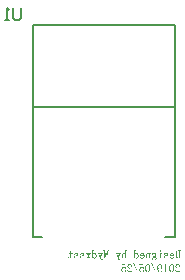
<source format=gbo>
G04*
G04 #@! TF.GenerationSoftware,Altium Limited,Altium Designer,20.1.8 (145)*
G04*
G04 Layer_Color=32896*
%FSLAX25Y25*%
%MOIN*%
G70*
G04*
G04 #@! TF.SameCoordinates,9520363F-8405-43F2-999A-1BF51871F706*
G04*
G04*
G04 #@! TF.FilePolarity,Positive*
G04*
G01*
G75*
%ADD12C,0.00787*%
%ADD15C,0.00700*%
G36*
X569347Y198978D02*
X569396Y198973D01*
X569446Y198965D01*
X569493Y198953D01*
X569579Y198923D01*
X569621Y198909D01*
X569657Y198892D01*
X569690Y198873D01*
X569721Y198859D01*
X569748Y198843D01*
X569770Y198829D01*
X569787Y198818D01*
X569801Y198809D01*
X569809Y198804D01*
X569812Y198801D01*
X569853Y198765D01*
X569892Y198729D01*
X569923Y198688D01*
X569950Y198646D01*
X569975Y198602D01*
X569995Y198560D01*
X570009Y198516D01*
X570022Y198477D01*
X570034Y198435D01*
X570039Y198399D01*
X570045Y198369D01*
X570050Y198338D01*
Y198316D01*
X570053Y198297D01*
Y198286D01*
Y198283D01*
X570050Y198236D01*
X570042Y198194D01*
X570034Y198158D01*
X570020Y198131D01*
X570009Y198108D01*
X570000Y198092D01*
X569992Y198084D01*
X569989Y198081D01*
X569964Y198059D01*
X569937Y198045D01*
X569906Y198034D01*
X569878Y198025D01*
X569856Y198020D01*
X569834Y198017D01*
X569817D01*
X569784Y198020D01*
X569754Y198025D01*
X569732Y198031D01*
X569709Y198042D01*
X569693Y198050D01*
X569682Y198056D01*
X569676Y198061D01*
X569673Y198064D01*
X569657Y198084D01*
X569643Y198108D01*
X569635Y198131D01*
X569626Y198156D01*
X569624Y198175D01*
X569621Y198192D01*
Y198205D01*
Y198208D01*
X569624Y198236D01*
X569629Y198261D01*
X569637Y198283D01*
X569649Y198305D01*
X569660Y198322D01*
X569668Y198333D01*
X569673Y198341D01*
X569676Y198344D01*
X569693Y198366D01*
X569707Y198391D01*
X569715Y198416D01*
X569723Y198435D01*
X569726Y198455D01*
X569729Y198469D01*
Y198480D01*
Y198483D01*
X569723Y198530D01*
X569709Y198574D01*
X569693Y198610D01*
X569671Y198643D01*
X569649Y198668D01*
X569632Y198688D01*
X569618Y198701D01*
X569613Y198704D01*
X569565Y198734D01*
X569518Y198757D01*
X569471Y198773D01*
X569427Y198784D01*
X569385Y198790D01*
X569355Y198795D01*
X569327D01*
X569286Y198793D01*
X569250Y198790D01*
X569180Y198776D01*
X569122Y198754D01*
X569075Y198729D01*
X569039Y198704D01*
X569011Y198685D01*
X568997Y198668D01*
X568992Y198665D01*
Y198662D01*
X568973Y198638D01*
X568953Y198607D01*
X568926Y198546D01*
X568906Y198480D01*
X568892Y198416D01*
X568884Y198358D01*
X568881Y198333D01*
Y198311D01*
X568878Y198294D01*
Y198280D01*
Y198272D01*
Y198269D01*
Y198233D01*
X568884Y198197D01*
X568898Y198125D01*
X568917Y198056D01*
X568937Y197992D01*
X568948Y197965D01*
X568959Y197937D01*
X568970Y197915D01*
X568978Y197895D01*
X568987Y197879D01*
X568992Y197868D01*
X568995Y197859D01*
X568997Y197856D01*
X569023Y197815D01*
X569047Y197773D01*
X569106Y197687D01*
X569169Y197607D01*
X569230Y197535D01*
X569258Y197502D01*
X569286Y197471D01*
X569308Y197447D01*
X569330Y197424D01*
X569347Y197405D01*
X569360Y197391D01*
X569369Y197383D01*
X569372Y197380D01*
X569424Y197327D01*
X569474Y197275D01*
X569524Y197225D01*
X569568Y197178D01*
X569610Y197134D01*
X569649Y197092D01*
X569685Y197053D01*
X569715Y197017D01*
X569745Y196987D01*
X569770Y196956D01*
X569793Y196931D01*
X569809Y196912D01*
X569823Y196895D01*
X569834Y196884D01*
X569840Y196876D01*
X569842Y196873D01*
X569903Y196796D01*
X569956Y196726D01*
X570003Y196663D01*
X570036Y196610D01*
X570053Y196588D01*
X570064Y196566D01*
X570075Y196549D01*
X570083Y196535D01*
X570092Y196524D01*
X570097Y196516D01*
X570100Y196510D01*
Y196508D01*
Y196261D01*
X568607D01*
X568507Y196995D01*
X568676D01*
X568682Y196953D01*
X568690Y196912D01*
X568698Y196876D01*
X568710Y196843D01*
X568718Y196812D01*
X568729Y196784D01*
X568737Y196762D01*
X568746Y196740D01*
X568756Y196721D01*
X568765Y196704D01*
X568779Y196682D01*
X568790Y196668D01*
X568793Y196663D01*
X568823Y196632D01*
X568856Y196607D01*
X568890Y196591D01*
X568923Y196580D01*
X568951Y196574D01*
X568973Y196571D01*
X568987Y196568D01*
X569851D01*
X569842Y196577D01*
X569829Y196591D01*
X569812Y196607D01*
X569793Y196627D01*
X569748Y196674D01*
X569701Y196726D01*
X569654Y196776D01*
X569635Y196801D01*
X569615Y196820D01*
X569601Y196837D01*
X569590Y196851D01*
X569582Y196859D01*
X569579Y196862D01*
X569532Y196912D01*
X569482Y196967D01*
X569430Y197023D01*
X569374Y197081D01*
X569264Y197197D01*
X569208Y197253D01*
X569153Y197305D01*
X569103Y197355D01*
X569056Y197402D01*
X569014Y197444D01*
X568975Y197480D01*
X568945Y197510D01*
X568923Y197532D01*
X568909Y197546D01*
X568903Y197552D01*
X568837Y197618D01*
X568782Y197682D01*
X568732Y197743D01*
X568693Y197801D01*
X568665Y197848D01*
X568651Y197868D01*
X568643Y197884D01*
X568635Y197898D01*
X568629Y197909D01*
X568626Y197915D01*
Y197917D01*
X568596Y197989D01*
X568574Y198059D01*
X568560Y198122D01*
X568549Y198180D01*
X568546Y198205D01*
X568543Y198230D01*
X568540Y198250D01*
X568538Y198266D01*
Y198280D01*
Y198291D01*
Y198297D01*
Y198300D01*
X568540Y198352D01*
X568546Y198402D01*
X568554Y198452D01*
X568568Y198496D01*
X568582Y198541D01*
X568596Y198579D01*
X568615Y198615D01*
X568632Y198651D01*
X568648Y198679D01*
X568665Y198707D01*
X568682Y198729D01*
X568696Y198748D01*
X568710Y198765D01*
X568718Y198776D01*
X568723Y198782D01*
X568726Y198784D01*
X568762Y198820D01*
X568804Y198848D01*
X568848Y198876D01*
X568895Y198898D01*
X568942Y198917D01*
X568989Y198934D01*
X569036Y198945D01*
X569081Y198956D01*
X569125Y198965D01*
X569167Y198970D01*
X569203Y198976D01*
X569233Y198978D01*
X569261Y198981D01*
X569297D01*
X569347Y198978D01*
D02*
G37*
G36*
X553369D02*
X553419Y198973D01*
X553469Y198965D01*
X553516Y198953D01*
X553602Y198923D01*
X553643Y198909D01*
X553679Y198892D01*
X553713Y198873D01*
X553743Y198859D01*
X553771Y198843D01*
X553793Y198829D01*
X553810Y198818D01*
X553824Y198809D01*
X553832Y198804D01*
X553835Y198801D01*
X553876Y198765D01*
X553915Y198729D01*
X553945Y198688D01*
X553973Y198646D01*
X553998Y198602D01*
X554017Y198560D01*
X554031Y198516D01*
X554045Y198477D01*
X554056Y198435D01*
X554062Y198399D01*
X554067Y198369D01*
X554073Y198338D01*
Y198316D01*
X554076Y198297D01*
Y198286D01*
Y198283D01*
X554073Y198236D01*
X554065Y198194D01*
X554056Y198158D01*
X554042Y198131D01*
X554031Y198108D01*
X554023Y198092D01*
X554015Y198084D01*
X554012Y198081D01*
X553987Y198059D01*
X553959Y198045D01*
X553929Y198034D01*
X553901Y198025D01*
X553879Y198020D01*
X553857Y198017D01*
X553840D01*
X553807Y198020D01*
X553776Y198025D01*
X553754Y198031D01*
X553732Y198042D01*
X553715Y198050D01*
X553704Y198056D01*
X553699Y198061D01*
X553696Y198064D01*
X553679Y198084D01*
X553666Y198108D01*
X553657Y198131D01*
X553649Y198156D01*
X553646Y198175D01*
X553643Y198192D01*
Y198205D01*
Y198208D01*
X553646Y198236D01*
X553652Y198261D01*
X553660Y198283D01*
X553671Y198305D01*
X553682Y198322D01*
X553690Y198333D01*
X553696Y198341D01*
X553699Y198344D01*
X553715Y198366D01*
X553729Y198391D01*
X553738Y198416D01*
X553746Y198435D01*
X553749Y198455D01*
X553752Y198469D01*
Y198480D01*
Y198483D01*
X553746Y198530D01*
X553732Y198574D01*
X553715Y198610D01*
X553693Y198643D01*
X553671Y198668D01*
X553654Y198688D01*
X553641Y198701D01*
X553635Y198704D01*
X553588Y198734D01*
X553541Y198757D01*
X553494Y198773D01*
X553449Y198784D01*
X553408Y198790D01*
X553377Y198795D01*
X553350D01*
X553308Y198793D01*
X553272Y198790D01*
X553203Y198776D01*
X553145Y198754D01*
X553098Y198729D01*
X553062Y198704D01*
X553034Y198685D01*
X553020Y198668D01*
X553015Y198665D01*
Y198662D01*
X552995Y198638D01*
X552976Y198607D01*
X552948Y198546D01*
X552929Y198480D01*
X552915Y198416D01*
X552907Y198358D01*
X552904Y198333D01*
Y198311D01*
X552901Y198294D01*
Y198280D01*
Y198272D01*
Y198269D01*
Y198233D01*
X552907Y198197D01*
X552920Y198125D01*
X552940Y198056D01*
X552959Y197992D01*
X552970Y197965D01*
X552981Y197937D01*
X552992Y197915D01*
X553001Y197895D01*
X553009Y197879D01*
X553015Y197868D01*
X553017Y197859D01*
X553020Y197856D01*
X553045Y197815D01*
X553070Y197773D01*
X553128Y197687D01*
X553192Y197607D01*
X553253Y197535D01*
X553281Y197502D01*
X553308Y197471D01*
X553330Y197447D01*
X553353Y197424D01*
X553369Y197405D01*
X553383Y197391D01*
X553391Y197383D01*
X553394Y197380D01*
X553447Y197327D01*
X553497Y197275D01*
X553546Y197225D01*
X553591Y197178D01*
X553632Y197134D01*
X553671Y197092D01*
X553707Y197053D01*
X553738Y197017D01*
X553768Y196987D01*
X553793Y196956D01*
X553815Y196931D01*
X553832Y196912D01*
X553846Y196895D01*
X553857Y196884D01*
X553862Y196876D01*
X553865Y196873D01*
X553926Y196796D01*
X553979Y196726D01*
X554026Y196663D01*
X554059Y196610D01*
X554076Y196588D01*
X554087Y196566D01*
X554098Y196549D01*
X554106Y196535D01*
X554114Y196524D01*
X554120Y196516D01*
X554123Y196510D01*
Y196508D01*
Y196261D01*
X552630D01*
X552530Y196995D01*
X552699D01*
X552704Y196953D01*
X552713Y196912D01*
X552721Y196876D01*
X552732Y196843D01*
X552740Y196812D01*
X552751Y196784D01*
X552760Y196762D01*
X552768Y196740D01*
X552779Y196721D01*
X552787Y196704D01*
X552801Y196682D01*
X552812Y196668D01*
X552815Y196663D01*
X552846Y196632D01*
X552879Y196607D01*
X552912Y196591D01*
X552945Y196580D01*
X552973Y196574D01*
X552995Y196571D01*
X553009Y196568D01*
X553873D01*
X553865Y196577D01*
X553851Y196591D01*
X553835Y196607D01*
X553815Y196627D01*
X553771Y196674D01*
X553724Y196726D01*
X553677Y196776D01*
X553657Y196801D01*
X553638Y196820D01*
X553624Y196837D01*
X553613Y196851D01*
X553605Y196859D01*
X553602Y196862D01*
X553555Y196912D01*
X553505Y196967D01*
X553452Y197023D01*
X553397Y197081D01*
X553286Y197197D01*
X553231Y197253D01*
X553175Y197305D01*
X553125Y197355D01*
X553078Y197402D01*
X553037Y197444D01*
X552998Y197480D01*
X552968Y197510D01*
X552945Y197532D01*
X552931Y197546D01*
X552926Y197552D01*
X552859Y197618D01*
X552804Y197682D01*
X552754Y197743D01*
X552715Y197801D01*
X552688Y197848D01*
X552674Y197868D01*
X552666Y197884D01*
X552657Y197898D01*
X552652Y197909D01*
X552649Y197915D01*
Y197917D01*
X552619Y197989D01*
X552596Y198059D01*
X552583Y198122D01*
X552571Y198180D01*
X552569Y198205D01*
X552566Y198230D01*
X552563Y198250D01*
X552560Y198266D01*
Y198280D01*
Y198291D01*
Y198297D01*
Y198300D01*
X552563Y198352D01*
X552569Y198402D01*
X552577Y198452D01*
X552591Y198496D01*
X552605Y198541D01*
X552619Y198579D01*
X552638Y198615D01*
X552655Y198651D01*
X552671Y198679D01*
X552688Y198707D01*
X552704Y198729D01*
X552718Y198748D01*
X552732Y198765D01*
X552740Y198776D01*
X552746Y198782D01*
X552749Y198784D01*
X552785Y198820D01*
X552826Y198848D01*
X552871Y198876D01*
X552918Y198898D01*
X552965Y198917D01*
X553012Y198934D01*
X553059Y198945D01*
X553103Y198956D01*
X553148Y198965D01*
X553189Y198970D01*
X553225Y198976D01*
X553256Y198978D01*
X553283Y198981D01*
X553319D01*
X553369Y198978D01*
D02*
G37*
G36*
X557978Y197485D02*
X557779Y197469D01*
X557757Y197505D01*
X557737Y197541D01*
X557715Y197571D01*
X557696Y197599D01*
X557677Y197621D01*
X557657Y197643D01*
X557624Y197679D01*
X557596Y197704D01*
X557574Y197721D01*
X557560Y197729D01*
X557555Y197732D01*
X557510Y197751D01*
X557466Y197765D01*
X557419Y197776D01*
X557377Y197782D01*
X557341Y197787D01*
X557311Y197790D01*
X557286D01*
X557247Y197787D01*
X557214Y197782D01*
X557181Y197773D01*
X557150Y197762D01*
X557095Y197735D01*
X557051Y197701D01*
X557017Y197668D01*
X556992Y197640D01*
X556984Y197629D01*
X556979Y197621D01*
X556973Y197616D01*
Y197613D01*
X556954Y197580D01*
X556937Y197541D01*
X556909Y197463D01*
X556890Y197386D01*
X556879Y197311D01*
X556873Y197275D01*
X556871Y197241D01*
X556868Y197214D01*
Y197189D01*
X556865Y197167D01*
Y197153D01*
Y197142D01*
Y197139D01*
Y197075D01*
X556871Y197014D01*
X556876Y196959D01*
X556884Y196906D01*
X556893Y196856D01*
X556904Y196812D01*
X556915Y196773D01*
X556926Y196737D01*
X556937Y196704D01*
X556948Y196676D01*
X556959Y196651D01*
X556967Y196635D01*
X556976Y196618D01*
X556981Y196607D01*
X556984Y196602D01*
X556987Y196599D01*
X557012Y196566D01*
X557037Y196538D01*
X557064Y196513D01*
X557092Y196494D01*
X557120Y196474D01*
X557150Y196460D01*
X557203Y196438D01*
X557253Y196427D01*
X557275Y196422D01*
X557294Y196419D01*
X557308Y196416D01*
X557330D01*
X557388Y196419D01*
X557444Y196424D01*
X557494Y196433D01*
X557535Y196444D01*
X557571Y196452D01*
X557599Y196460D01*
X557616Y196466D01*
X557618Y196469D01*
X557621D01*
X557643Y196480D01*
X557663Y196491D01*
X557696Y196516D01*
X557718Y196541D01*
X557732Y196566D01*
X557743Y196588D01*
X557746Y196604D01*
X557749Y196616D01*
Y196621D01*
X557746Y196638D01*
X557740Y196657D01*
X557724Y196687D01*
X557715Y196701D01*
X557710Y196712D01*
X557704Y196718D01*
X557701Y196721D01*
X557685Y196743D01*
X557674Y196768D01*
X557665Y196793D01*
X557660Y196820D01*
X557657Y196843D01*
X557654Y196862D01*
Y196873D01*
Y196879D01*
X557657Y196901D01*
X557660Y196920D01*
X557674Y196965D01*
X557682Y196981D01*
X557688Y196995D01*
X557690Y197006D01*
X557693Y197009D01*
X557710Y197034D01*
X557735Y197053D01*
X557760Y197067D01*
X557787Y197078D01*
X557812Y197084D01*
X557832Y197086D01*
X557851D01*
X557890Y197084D01*
X557926Y197073D01*
X557954Y197062D01*
X557978Y197045D01*
X558001Y197031D01*
X558014Y197017D01*
X558023Y197006D01*
X558026Y197003D01*
X558045Y196973D01*
X558062Y196940D01*
X558073Y196909D01*
X558078Y196881D01*
X558084Y196856D01*
X558086Y196834D01*
Y196823D01*
Y196818D01*
X558084Y196773D01*
X558075Y196729D01*
X558064Y196687D01*
X558050Y196646D01*
X558014Y196577D01*
X557995Y196544D01*
X557973Y196516D01*
X557954Y196488D01*
X557934Y196466D01*
X557915Y196447D01*
X557898Y196430D01*
X557881Y196416D01*
X557870Y196408D01*
X557865Y196402D01*
X557862Y196399D01*
X557818Y196369D01*
X557773Y196344D01*
X557729Y196322D01*
X557685Y196302D01*
X557641Y196286D01*
X557599Y196272D01*
X557519Y196253D01*
X557483Y196244D01*
X557449Y196239D01*
X557422Y196236D01*
X557394Y196233D01*
X557375Y196230D01*
X557347D01*
X557272Y196233D01*
X557200Y196242D01*
X557134Y196255D01*
X557073Y196272D01*
X557017Y196291D01*
X556967Y196311D01*
X556920Y196336D01*
X556879Y196361D01*
X556843Y196383D01*
X556812Y196408D01*
X556787Y196427D01*
X556765Y196449D01*
X556749Y196463D01*
X556735Y196477D01*
X556729Y196485D01*
X556726Y196488D01*
X556690Y196538D01*
X556660Y196591D01*
X556632Y196646D01*
X556610Y196704D01*
X556591Y196759D01*
X556574Y196818D01*
X556560Y196873D01*
X556549Y196926D01*
X556541Y196976D01*
X556535Y197023D01*
X556530Y197064D01*
X556527Y197100D01*
X556524Y197128D01*
Y197150D01*
Y197164D01*
Y197169D01*
X556527Y197239D01*
X556532Y197305D01*
X556544Y197366D01*
X556555Y197427D01*
X556568Y197480D01*
X556585Y197530D01*
X556605Y197577D01*
X556621Y197618D01*
X556641Y197657D01*
X556660Y197690D01*
X556677Y197718D01*
X556690Y197743D01*
X556702Y197759D01*
X556713Y197773D01*
X556718Y197782D01*
X556721Y197784D01*
X556760Y197826D01*
X556799Y197862D01*
X556840Y197892D01*
X556882Y197920D01*
X556923Y197942D01*
X556965Y197962D01*
X557006Y197978D01*
X557045Y197989D01*
X557081Y198001D01*
X557114Y198009D01*
X557145Y198012D01*
X557172Y198017D01*
X557192D01*
X557208Y198020D01*
X557222D01*
X557283Y198017D01*
X557339Y198012D01*
X557394Y198003D01*
X557441Y197995D01*
X557480Y197987D01*
X557510Y197978D01*
X557521Y197976D01*
X557530Y197973D01*
X557535Y197970D01*
X557538D01*
X557566Y197959D01*
X557591Y197945D01*
X557641Y197909D01*
X557679Y197868D01*
X557715Y197823D01*
X557740Y197782D01*
X557760Y197746D01*
X557768Y197732D01*
X557773Y197721D01*
X557776Y197715D01*
X557724Y198643D01*
X556627D01*
X556571Y198951D01*
X557901D01*
X557978Y197485D01*
D02*
G37*
G36*
X551987D02*
X551788Y197469D01*
X551765Y197505D01*
X551746Y197541D01*
X551724Y197571D01*
X551704Y197599D01*
X551685Y197621D01*
X551666Y197643D01*
X551632Y197679D01*
X551605Y197704D01*
X551582Y197721D01*
X551569Y197729D01*
X551563Y197732D01*
X551519Y197751D01*
X551475Y197765D01*
X551427Y197776D01*
X551386Y197782D01*
X551350Y197787D01*
X551319Y197790D01*
X551295D01*
X551256Y197787D01*
X551223Y197782D01*
X551189Y197773D01*
X551159Y197762D01*
X551103Y197735D01*
X551059Y197701D01*
X551026Y197668D01*
X551001Y197640D01*
X550992Y197629D01*
X550987Y197621D01*
X550982Y197616D01*
Y197613D01*
X550962Y197580D01*
X550945Y197541D01*
X550918Y197463D01*
X550898Y197386D01*
X550887Y197311D01*
X550882Y197275D01*
X550879Y197241D01*
X550876Y197214D01*
Y197189D01*
X550873Y197167D01*
Y197153D01*
Y197142D01*
Y197139D01*
Y197075D01*
X550879Y197014D01*
X550884Y196959D01*
X550893Y196906D01*
X550901Y196856D01*
X550912Y196812D01*
X550923Y196773D01*
X550934Y196737D01*
X550945Y196704D01*
X550956Y196676D01*
X550968Y196651D01*
X550976Y196635D01*
X550984Y196618D01*
X550990Y196607D01*
X550992Y196602D01*
X550995Y196599D01*
X551020Y196566D01*
X551045Y196538D01*
X551073Y196513D01*
X551101Y196494D01*
X551128Y196474D01*
X551159Y196460D01*
X551211Y196438D01*
X551261Y196427D01*
X551283Y196422D01*
X551303Y196419D01*
X551317Y196416D01*
X551339D01*
X551397Y196419D01*
X551452Y196424D01*
X551502Y196433D01*
X551544Y196444D01*
X551580Y196452D01*
X551608Y196460D01*
X551624Y196466D01*
X551627Y196469D01*
X551630D01*
X551652Y196480D01*
X551671Y196491D01*
X551704Y196516D01*
X551727Y196541D01*
X551740Y196566D01*
X551752Y196588D01*
X551754Y196604D01*
X551757Y196616D01*
Y196621D01*
X551754Y196638D01*
X551749Y196657D01*
X551732Y196687D01*
X551724Y196701D01*
X551718Y196712D01*
X551713Y196718D01*
X551710Y196721D01*
X551693Y196743D01*
X551682Y196768D01*
X551674Y196793D01*
X551668Y196820D01*
X551666Y196843D01*
X551663Y196862D01*
Y196873D01*
Y196879D01*
X551666Y196901D01*
X551668Y196920D01*
X551682Y196965D01*
X551691Y196981D01*
X551696Y196995D01*
X551699Y197006D01*
X551702Y197009D01*
X551718Y197034D01*
X551743Y197053D01*
X551768Y197067D01*
X551796Y197078D01*
X551821Y197084D01*
X551840Y197086D01*
X551860D01*
X551898Y197084D01*
X551934Y197073D01*
X551962Y197062D01*
X551987Y197045D01*
X552009Y197031D01*
X552023Y197017D01*
X552031Y197006D01*
X552034Y197003D01*
X552053Y196973D01*
X552070Y196940D01*
X552081Y196909D01*
X552087Y196881D01*
X552092Y196856D01*
X552095Y196834D01*
Y196823D01*
Y196818D01*
X552092Y196773D01*
X552084Y196729D01*
X552073Y196687D01*
X552059Y196646D01*
X552023Y196577D01*
X552004Y196544D01*
X551981Y196516D01*
X551962Y196488D01*
X551943Y196466D01*
X551923Y196447D01*
X551907Y196430D01*
X551890Y196416D01*
X551879Y196408D01*
X551873Y196402D01*
X551871Y196399D01*
X551826Y196369D01*
X551782Y196344D01*
X551738Y196322D01*
X551693Y196302D01*
X551649Y196286D01*
X551608Y196272D01*
X551527Y196253D01*
X551491Y196244D01*
X551458Y196239D01*
X551430Y196236D01*
X551403Y196233D01*
X551383Y196230D01*
X551355D01*
X551281Y196233D01*
X551209Y196242D01*
X551142Y196255D01*
X551081Y196272D01*
X551026Y196291D01*
X550976Y196311D01*
X550929Y196336D01*
X550887Y196361D01*
X550851Y196383D01*
X550821Y196408D01*
X550796Y196427D01*
X550774Y196449D01*
X550757Y196463D01*
X550743Y196477D01*
X550738Y196485D01*
X550735Y196488D01*
X550699Y196538D01*
X550668Y196591D01*
X550641Y196646D01*
X550619Y196704D01*
X550599Y196759D01*
X550583Y196818D01*
X550569Y196873D01*
X550558Y196926D01*
X550549Y196976D01*
X550544Y197023D01*
X550538Y197064D01*
X550535Y197100D01*
X550533Y197128D01*
Y197150D01*
Y197164D01*
Y197169D01*
X550535Y197239D01*
X550541Y197305D01*
X550552Y197366D01*
X550563Y197427D01*
X550577Y197480D01*
X550594Y197530D01*
X550613Y197577D01*
X550630Y197618D01*
X550649Y197657D01*
X550668Y197690D01*
X550685Y197718D01*
X550699Y197743D01*
X550710Y197759D01*
X550721Y197773D01*
X550727Y197782D01*
X550729Y197784D01*
X550768Y197826D01*
X550807Y197862D01*
X550848Y197892D01*
X550890Y197920D01*
X550932Y197942D01*
X550973Y197962D01*
X551015Y197978D01*
X551053Y197989D01*
X551089Y198001D01*
X551123Y198009D01*
X551153Y198012D01*
X551181Y198017D01*
X551200D01*
X551217Y198020D01*
X551231D01*
X551292Y198017D01*
X551347Y198012D01*
X551403Y198003D01*
X551450Y197995D01*
X551488Y197987D01*
X551519Y197978D01*
X551530Y197976D01*
X551538Y197973D01*
X551544Y197970D01*
X551546D01*
X551574Y197959D01*
X551599Y197945D01*
X551649Y197909D01*
X551688Y197868D01*
X551724Y197823D01*
X551749Y197782D01*
X551768Y197746D01*
X551777Y197732D01*
X551782Y197721D01*
X551785Y197715D01*
X551732Y198643D01*
X550635D01*
X550580Y198951D01*
X551909D01*
X551987Y197485D01*
D02*
G37*
G36*
X563408Y198978D02*
X563474Y198970D01*
X563535Y198956D01*
X563593Y198942D01*
X563646Y198920D01*
X563696Y198901D01*
X563740Y198876D01*
X563779Y198854D01*
X563815Y198829D01*
X563845Y198804D01*
X563870Y198784D01*
X563892Y198765D01*
X563909Y198748D01*
X563920Y198734D01*
X563928Y198726D01*
X563931Y198723D01*
X563967Y198674D01*
X564001Y198621D01*
X564028Y198568D01*
X564050Y198516D01*
X564073Y198460D01*
X564089Y198408D01*
X564103Y198358D01*
X564114Y198308D01*
X564122Y198264D01*
X564128Y198219D01*
X564133Y198183D01*
X564136Y198150D01*
Y198122D01*
X564139Y198103D01*
Y198092D01*
Y198086D01*
X564136Y198006D01*
X564131Y197931D01*
X564122Y197862D01*
X564109Y197798D01*
X564095Y197737D01*
X564078Y197685D01*
X564061Y197638D01*
X564042Y197596D01*
X564025Y197557D01*
X564009Y197527D01*
X563992Y197499D01*
X563978Y197477D01*
X563965Y197460D01*
X563956Y197447D01*
X563951Y197441D01*
X563948Y197438D01*
X563909Y197402D01*
X563870Y197372D01*
X563829Y197347D01*
X563784Y197322D01*
X563743Y197302D01*
X563698Y197289D01*
X563657Y197275D01*
X563615Y197264D01*
X563577Y197255D01*
X563543Y197250D01*
X563510Y197244D01*
X563483Y197241D01*
X563460D01*
X563444Y197239D01*
X563430D01*
X563385Y197241D01*
X563341Y197244D01*
X563264Y197258D01*
X563194Y197280D01*
X563164Y197291D01*
X563133Y197305D01*
X563108Y197316D01*
X563086Y197327D01*
X563067Y197338D01*
X563053Y197350D01*
X563039Y197358D01*
X563031Y197363D01*
X563025Y197369D01*
X563023D01*
X562995Y197394D01*
X562967Y197419D01*
X562948Y197444D01*
X562928Y197471D01*
X562912Y197496D01*
X562898Y197521D01*
X562879Y197566D01*
X562865Y197607D01*
X562859Y197638D01*
X562858Y197643D01*
X562865Y197544D01*
X562873Y197433D01*
X562884Y197330D01*
X562898Y197233D01*
X562915Y197147D01*
X562931Y197070D01*
X562948Y196998D01*
X562964Y196937D01*
X562978Y196881D01*
X562995Y196834D01*
X563009Y196796D01*
X563023Y196762D01*
X563034Y196737D01*
X563039Y196721D01*
X563045Y196710D01*
X563048Y196707D01*
X563078Y196657D01*
X563111Y196610D01*
X563144Y196571D01*
X563180Y196538D01*
X563214Y196510D01*
X563247Y196488D01*
X563280Y196469D01*
X563313Y196452D01*
X563344Y196441D01*
X563369Y196433D01*
X563394Y196424D01*
X563416Y196422D01*
X563433Y196419D01*
X563447Y196416D01*
X563488D01*
X563510Y196419D01*
X563527Y196422D01*
X563532D01*
X563549Y196427D01*
X563560Y196430D01*
X563563Y196433D01*
X563566D01*
X563574Y196444D01*
X563579Y196458D01*
X563585Y196469D01*
X563588Y196474D01*
X563593Y196502D01*
X563596Y196530D01*
X563599Y196541D01*
Y196552D01*
Y196557D01*
Y196560D01*
X563602Y196596D01*
X563604Y196629D01*
X563610Y196660D01*
X563618Y196687D01*
X563626Y196710D01*
X563632Y196729D01*
X563635Y196740D01*
X563638Y196743D01*
X563654Y196771D01*
X563679Y196793D01*
X563704Y196807D01*
X563732Y196818D01*
X563757Y196823D01*
X563776Y196829D01*
X563796D01*
X563834Y196826D01*
X563868Y196818D01*
X563895Y196804D01*
X563917Y196790D01*
X563934Y196776D01*
X563948Y196762D01*
X563953Y196754D01*
X563956Y196751D01*
X563970Y196723D01*
X563981Y196696D01*
X563989Y196671D01*
X563995Y196649D01*
X563998Y196632D01*
X564001Y196618D01*
Y196607D01*
Y196604D01*
X563998Y196574D01*
X563995Y196544D01*
X563987Y196516D01*
X563975Y196488D01*
X563951Y196441D01*
X563920Y196402D01*
X563892Y196372D01*
X563868Y196350D01*
X563856Y196341D01*
X563848Y196336D01*
X563845Y196330D01*
X563843D01*
X563782Y196297D01*
X563718Y196272D01*
X563657Y196255D01*
X563599Y196244D01*
X563549Y196236D01*
X563527Y196233D01*
X563510D01*
X563493Y196230D01*
X563474D01*
X563388Y196236D01*
X563308Y196250D01*
X563233Y196269D01*
X563164Y196297D01*
X563100Y196330D01*
X563039Y196366D01*
X562987Y196405D01*
X562937Y196447D01*
X562892Y196488D01*
X562856Y196527D01*
X562823Y196563D01*
X562795Y196596D01*
X562776Y196624D01*
X562759Y196643D01*
X562751Y196657D01*
X562748Y196663D01*
X562701Y196746D01*
X562663Y196834D01*
X562627Y196926D01*
X562596Y197017D01*
X562571Y197109D01*
X562549Y197197D01*
X562532Y197286D01*
X562519Y197369D01*
X562507Y197447D01*
X562499Y197519D01*
X562494Y197585D01*
X562488Y197640D01*
Y197665D01*
Y197685D01*
X562485Y197704D01*
Y197721D01*
Y197732D01*
Y197740D01*
Y197746D01*
Y197748D01*
X562488Y197856D01*
X562494Y197959D01*
X562505Y198053D01*
X562521Y198142D01*
X562538Y198222D01*
X562557Y198297D01*
X562577Y198366D01*
X562596Y198427D01*
X562618Y198480D01*
X562638Y198527D01*
X562657Y198568D01*
X562674Y198602D01*
X562687Y198626D01*
X562699Y198646D01*
X562707Y198657D01*
X562710Y198660D01*
X562754Y198715D01*
X562801Y198765D01*
X562851Y198809D01*
X562903Y198845D01*
X562956Y198876D01*
X563006Y198904D01*
X563059Y198923D01*
X563108Y198942D01*
X563156Y198953D01*
X563200Y198965D01*
X563239Y198970D01*
X563272Y198976D01*
X563300Y198978D01*
X563322Y198981D01*
X563338D01*
X563408Y198978D01*
D02*
G37*
G36*
X565266Y198951D02*
X565294Y198912D01*
X565322Y198879D01*
X565349Y198854D01*
X565374Y198834D01*
X565394Y198820D01*
X565405Y198812D01*
X565410Y198809D01*
X565452Y198790D01*
X565496Y198776D01*
X565543Y198768D01*
X565588Y198762D01*
X565626Y198757D01*
X565660Y198754D01*
X565862D01*
Y198585D01*
X565529D01*
X565510Y198579D01*
X565496Y198577D01*
X565485Y198571D01*
X565469Y198563D01*
X565463Y198557D01*
X565446Y198535D01*
X565438Y198510D01*
X565435Y198494D01*
Y198488D01*
Y198485D01*
Y196635D01*
X565438Y196599D01*
X565444Y196566D01*
X565455Y196541D01*
X565463Y196519D01*
X565474Y196502D01*
X565485Y196488D01*
X565491Y196483D01*
X565493Y196480D01*
X565518Y196463D01*
X565546Y196452D01*
X565579Y196441D01*
X565610Y196435D01*
X565640Y196433D01*
X565665Y196430D01*
X565862D01*
Y196261D01*
X564668D01*
Y196430D01*
X564865D01*
X564906Y196433D01*
X564945Y196438D01*
X564978Y196447D01*
X565003Y196455D01*
X565023Y196463D01*
X565039Y196472D01*
X565048Y196477D01*
X565050Y196480D01*
X565070Y196502D01*
X565086Y196524D01*
X565097Y196552D01*
X565103Y196577D01*
X565108Y196599D01*
X565111Y196618D01*
Y196629D01*
Y196635D01*
Y198998D01*
X565239D01*
X565266Y198951D01*
D02*
G37*
G36*
X567358Y198976D02*
X567421Y198965D01*
X567482Y198945D01*
X567541Y198920D01*
X567593Y198892D01*
X567643Y198859D01*
X567690Y198826D01*
X567732Y198790D01*
X567768Y198754D01*
X567801Y198721D01*
X567829Y198688D01*
X567851Y198660D01*
X567867Y198635D01*
X567881Y198615D01*
X567889Y198604D01*
X567892Y198599D01*
X567931Y198524D01*
X567967Y198447D01*
X567998Y198366D01*
X568022Y198286D01*
X568045Y198203D01*
X568064Y198120D01*
X568078Y198039D01*
X568092Y197965D01*
X568100Y197892D01*
X568108Y197826D01*
X568111Y197765D01*
X568117Y197712D01*
Y197671D01*
X568119Y197654D01*
Y197640D01*
Y197629D01*
Y197621D01*
Y197616D01*
Y197613D01*
X568117Y197494D01*
X568108Y197380D01*
X568097Y197275D01*
X568083Y197178D01*
X568064Y197086D01*
X568045Y197003D01*
X568022Y196926D01*
X568000Y196859D01*
X567981Y196796D01*
X567959Y196743D01*
X567939Y196699D01*
X567920Y196660D01*
X567906Y196632D01*
X567895Y196610D01*
X567887Y196599D01*
X567884Y196593D01*
X567837Y196530D01*
X567790Y196474D01*
X567740Y196424D01*
X567690Y196383D01*
X567640Y196350D01*
X567590Y196319D01*
X567543Y196294D01*
X567496Y196275D01*
X567455Y196261D01*
X567413Y196250D01*
X567380Y196242D01*
X567347Y196236D01*
X567322Y196233D01*
X567305Y196230D01*
X567288D01*
X567222Y196236D01*
X567158Y196247D01*
X567100Y196264D01*
X567045Y196289D01*
X566992Y196316D01*
X566942Y196347D01*
X566898Y196383D01*
X566859Y196416D01*
X566823Y196452D01*
X566790Y196485D01*
X566762Y196516D01*
X566740Y196544D01*
X566721Y196568D01*
X566710Y196585D01*
X566701Y196599D01*
X566698Y196602D01*
X566657Y196674D01*
X566621Y196751D01*
X566590Y196834D01*
X566563Y196917D01*
X566540Y197003D01*
X566521Y197086D01*
X566507Y197169D01*
X566494Y197247D01*
X566485Y197322D01*
X566477Y197391D01*
X566474Y197455D01*
X566468Y197507D01*
Y197552D01*
X566466Y197568D01*
Y197585D01*
Y197596D01*
Y197604D01*
Y197610D01*
Y197613D01*
X566468Y197729D01*
X566477Y197840D01*
X566488Y197942D01*
X566502Y198039D01*
X566518Y198128D01*
X566540Y198211D01*
X566560Y198286D01*
X566582Y198352D01*
X566604Y198413D01*
X566624Y198466D01*
X566643Y198510D01*
X566662Y198549D01*
X566676Y198577D01*
X566687Y198599D01*
X566696Y198610D01*
X566698Y198615D01*
X566743Y198679D01*
X566790Y198737D01*
X566837Y198784D01*
X566887Y198826D01*
X566937Y198862D01*
X566987Y198892D01*
X567034Y198917D01*
X567081Y198937D01*
X567122Y198951D01*
X567161Y198962D01*
X567197Y198970D01*
X567228Y198976D01*
X567252Y198978D01*
X567272Y198981D01*
X567288D01*
X567358Y198976D01*
D02*
G37*
G36*
X559369D02*
X559433Y198965D01*
X559494Y198945D01*
X559552Y198920D01*
X559605Y198892D01*
X559654Y198859D01*
X559701Y198826D01*
X559743Y198790D01*
X559779Y198754D01*
X559812Y198721D01*
X559840Y198688D01*
X559862Y198660D01*
X559879Y198635D01*
X559893Y198615D01*
X559901Y198604D01*
X559904Y198599D01*
X559942Y198524D01*
X559978Y198447D01*
X560009Y198366D01*
X560034Y198286D01*
X560056Y198203D01*
X560075Y198120D01*
X560089Y198039D01*
X560103Y197965D01*
X560111Y197892D01*
X560120Y197826D01*
X560122Y197765D01*
X560128Y197712D01*
Y197671D01*
X560131Y197654D01*
Y197640D01*
Y197629D01*
Y197621D01*
Y197616D01*
Y197613D01*
X560128Y197494D01*
X560120Y197380D01*
X560109Y197275D01*
X560095Y197178D01*
X560075Y197086D01*
X560056Y197003D01*
X560034Y196926D01*
X560012Y196859D01*
X559992Y196796D01*
X559970Y196743D01*
X559951Y196699D01*
X559931Y196660D01*
X559917Y196632D01*
X559906Y196610D01*
X559898Y196599D01*
X559895Y196593D01*
X559848Y196530D01*
X559801Y196474D01*
X559751Y196424D01*
X559701Y196383D01*
X559652Y196350D01*
X559602Y196319D01*
X559555Y196294D01*
X559508Y196275D01*
X559466Y196261D01*
X559424Y196250D01*
X559391Y196242D01*
X559358Y196236D01*
X559333Y196233D01*
X559316Y196230D01*
X559300D01*
X559233Y196236D01*
X559170Y196247D01*
X559111Y196264D01*
X559056Y196289D01*
X559003Y196316D01*
X558954Y196347D01*
X558909Y196383D01*
X558870Y196416D01*
X558834Y196452D01*
X558801Y196485D01*
X558774Y196516D01*
X558751Y196544D01*
X558732Y196568D01*
X558721Y196585D01*
X558712Y196599D01*
X558710Y196602D01*
X558668Y196674D01*
X558632Y196751D01*
X558602Y196834D01*
X558574Y196917D01*
X558552Y197003D01*
X558532Y197086D01*
X558519Y197169D01*
X558505Y197247D01*
X558497Y197322D01*
X558488Y197391D01*
X558485Y197455D01*
X558480Y197507D01*
Y197552D01*
X558477Y197568D01*
Y197585D01*
Y197596D01*
Y197604D01*
Y197610D01*
Y197613D01*
X558480Y197729D01*
X558488Y197840D01*
X558499Y197942D01*
X558513Y198039D01*
X558530Y198128D01*
X558552Y198211D01*
X558571Y198286D01*
X558593Y198352D01*
X558616Y198413D01*
X558635Y198466D01*
X558654Y198510D01*
X558674Y198549D01*
X558688Y198577D01*
X558699Y198599D01*
X558707Y198610D01*
X558710Y198615D01*
X558754Y198679D01*
X558801Y198737D01*
X558848Y198784D01*
X558898Y198826D01*
X558948Y198862D01*
X558998Y198892D01*
X559045Y198917D01*
X559092Y198937D01*
X559134Y198951D01*
X559172Y198962D01*
X559208Y198970D01*
X559239Y198976D01*
X559264Y198978D01*
X559283Y198981D01*
X559300D01*
X559369Y198976D01*
D02*
G37*
G36*
X562172Y195995D02*
X562009Y195909D01*
X560427Y199233D01*
X560596Y199319D01*
X562172Y195995D01*
D02*
G37*
G36*
X556181D02*
X556017Y195909D01*
X554436Y199233D01*
X554605Y199319D01*
X556181Y195995D01*
D02*
G37*
G36*
X563503Y203578D02*
X563533Y203570D01*
X563561Y203559D01*
X563586Y203548D01*
X563605Y203537D01*
X563619Y203526D01*
X563630Y203517D01*
X563633Y203515D01*
X563658Y203490D01*
X563674Y203462D01*
X563688Y203437D01*
X563697Y203412D01*
X563702Y203390D01*
X563705Y203373D01*
Y203362D01*
Y203357D01*
X563702Y203324D01*
X563694Y203293D01*
X563683Y203265D01*
X563669Y203240D01*
X563658Y203221D01*
X563647Y203207D01*
X563638Y203196D01*
X563636Y203193D01*
X563608Y203168D01*
X563580Y203152D01*
X563553Y203138D01*
X563525Y203130D01*
X563503Y203124D01*
X563486Y203121D01*
X563470D01*
X563436Y203124D01*
X563403Y203132D01*
X563375Y203143D01*
X563350Y203157D01*
X563331Y203171D01*
X563317Y203182D01*
X563306Y203190D01*
X563303Y203193D01*
X563278Y203221D01*
X563259Y203249D01*
X563248Y203276D01*
X563237Y203301D01*
X563231Y203324D01*
X563229Y203340D01*
Y203354D01*
Y203357D01*
X563231Y203390D01*
X563239Y203420D01*
X563253Y203448D01*
X563265Y203470D01*
X563278Y203490D01*
X563292Y203503D01*
X563301Y203512D01*
X563303Y203515D01*
X563331Y203537D01*
X563361Y203553D01*
X563389Y203565D01*
X563414Y203573D01*
X563436Y203578D01*
X563453Y203581D01*
X563470D01*
X563503Y203578D01*
D02*
G37*
G36*
X565530Y202678D02*
X565575Y202675D01*
X565660Y202661D01*
X565735Y202639D01*
X565769Y202628D01*
X565799Y202614D01*
X565830Y202603D01*
X565854Y202589D01*
X565874Y202578D01*
X565893Y202570D01*
X565907Y202559D01*
X565918Y202553D01*
X565924Y202551D01*
X565927Y202548D01*
X565960Y202523D01*
X565987Y202495D01*
X566012Y202465D01*
X566035Y202434D01*
X566054Y202401D01*
X566068Y202371D01*
X566090Y202310D01*
X566104Y202254D01*
X566109Y202229D01*
X566112Y202210D01*
X566115Y202193D01*
Y202180D01*
Y202171D01*
Y202168D01*
X566112Y202124D01*
X566104Y202082D01*
X566093Y202044D01*
X566082Y202013D01*
X566071Y201986D01*
X566059Y201963D01*
X566051Y201952D01*
X566048Y201947D01*
X566021Y201911D01*
X565987Y201877D01*
X565951Y201850D01*
X565915Y201828D01*
X565882Y201808D01*
X565857Y201792D01*
X565846Y201786D01*
X565838Y201783D01*
X565835Y201781D01*
X565832D01*
X565780Y201758D01*
X565727Y201733D01*
X565674Y201711D01*
X565625Y201692D01*
X565583Y201675D01*
X565564Y201670D01*
X565550Y201661D01*
X565536Y201656D01*
X565528Y201653D01*
X565522Y201650D01*
X565519D01*
X565453Y201625D01*
X565389Y201603D01*
X565331Y201581D01*
X565281Y201562D01*
X565239Y201545D01*
X565220Y201537D01*
X565206Y201531D01*
X565195Y201526D01*
X565187Y201523D01*
X565181Y201520D01*
X565178D01*
X565159Y201509D01*
X565137Y201495D01*
X565104Y201465D01*
X565090Y201454D01*
X565079Y201443D01*
X565073Y201434D01*
X565070Y201432D01*
X565051Y201409D01*
X565037Y201384D01*
X565029Y201360D01*
X565021Y201335D01*
X565018Y201315D01*
X565015Y201299D01*
Y201285D01*
Y201282D01*
X565021Y201235D01*
X565032Y201196D01*
X565048Y201160D01*
X565065Y201132D01*
X565084Y201110D01*
X565101Y201096D01*
X565112Y201085D01*
X565118Y201082D01*
X565159Y201060D01*
X565206Y201044D01*
X565256Y201033D01*
X565306Y201024D01*
X565350Y201019D01*
X565370D01*
X565386Y201016D01*
X565467D01*
X565511Y201022D01*
X565553Y201027D01*
X565591Y201033D01*
X565627Y201041D01*
X565660Y201052D01*
X565691Y201060D01*
X565719Y201072D01*
X565741Y201082D01*
X565763Y201091D01*
X565780Y201102D01*
X565796Y201110D01*
X565807Y201116D01*
X565816Y201121D01*
X565818Y201127D01*
X565821D01*
X565846Y201149D01*
X565871Y201177D01*
X565910Y201235D01*
X565943Y201296D01*
X565971Y201360D01*
X565990Y201415D01*
X565996Y201443D01*
X566001Y201462D01*
X566007Y201481D01*
X566010Y201495D01*
X566012Y201504D01*
Y201506D01*
X566176Y201484D01*
X566126Y200847D01*
X566084Y200858D01*
X566051Y200869D01*
X566023Y200878D01*
X566001Y200886D01*
X565985Y200891D01*
X565971Y200897D01*
X565965Y200900D01*
X565963D01*
X565929Y200914D01*
X565904Y200919D01*
X565893Y200922D01*
X565879D01*
X565857Y200919D01*
X565832Y200916D01*
X565782Y200903D01*
X565760Y200894D01*
X565744Y200889D01*
X565732Y200886D01*
X565727Y200883D01*
X565686Y200872D01*
X565636Y200864D01*
X565586Y200855D01*
X565536Y200853D01*
X565492Y200850D01*
X565469Y200847D01*
X565419D01*
X565361Y200850D01*
X565306Y200853D01*
X565256Y200861D01*
X565209Y200869D01*
X565165Y200880D01*
X565123Y200891D01*
X565087Y200903D01*
X565054Y200916D01*
X565023Y200930D01*
X564998Y200941D01*
X564976Y200952D01*
X564960Y200963D01*
X564946Y200972D01*
X564935Y200980D01*
X564929Y200983D01*
X564926Y200986D01*
X564896Y201013D01*
X564868Y201044D01*
X564846Y201074D01*
X564827Y201105D01*
X564807Y201138D01*
X564793Y201171D01*
X564774Y201232D01*
X564760Y201288D01*
X564757Y201312D01*
X564755Y201332D01*
X564752Y201348D01*
Y201362D01*
Y201371D01*
Y201373D01*
X564755Y201423D01*
X564766Y201468D01*
X564782Y201509D01*
X564799Y201545D01*
X564816Y201576D01*
X564832Y201598D01*
X564843Y201612D01*
X564846Y201617D01*
X564882Y201656D01*
X564918Y201689D01*
X564954Y201717D01*
X564987Y201742D01*
X565018Y201761D01*
X565040Y201775D01*
X565057Y201783D01*
X565059Y201786D01*
X565062D01*
X565170Y201833D01*
X565223Y201853D01*
X565267Y201872D01*
X565309Y201886D01*
X565339Y201897D01*
X565350Y201900D01*
X565359Y201903D01*
X565364Y201905D01*
X565367D01*
X565425Y201925D01*
X565478Y201944D01*
X565522Y201961D01*
X565564Y201975D01*
X565594Y201988D01*
X565619Y201997D01*
X565633Y202002D01*
X565638Y202005D01*
X565683Y202016D01*
X565716Y202030D01*
X565746Y202044D01*
X565769Y202058D01*
X565788Y202071D01*
X565799Y202082D01*
X565805Y202088D01*
X565807Y202091D01*
X565821Y202116D01*
X565832Y202141D01*
X565841Y202171D01*
X565846Y202196D01*
X565849Y202221D01*
X565852Y202240D01*
Y202254D01*
Y202260D01*
X565846Y202301D01*
X565835Y202337D01*
X565821Y202368D01*
X565802Y202396D01*
X565782Y202415D01*
X565769Y202432D01*
X565758Y202440D01*
X565752Y202443D01*
X565710Y202465D01*
X565666Y202481D01*
X565619Y202495D01*
X565572Y202503D01*
X565530Y202509D01*
X565497Y202512D01*
X565467D01*
X565406Y202506D01*
X565347Y202495D01*
X565298Y202479D01*
X565253Y202459D01*
X565215Y202437D01*
X565187Y202420D01*
X565178Y202415D01*
X565170Y202409D01*
X565168Y202404D01*
X565165D01*
X565118Y202360D01*
X565076Y202307D01*
X565040Y202254D01*
X565012Y202202D01*
X564987Y202154D01*
X564979Y202135D01*
X564974Y202118D01*
X564968Y202102D01*
X564962Y202091D01*
X564960Y202085D01*
Y202082D01*
X564799Y202102D01*
X564871Y202681D01*
X564907Y202661D01*
X564935Y202648D01*
X564954Y202637D01*
X564971Y202628D01*
X564982Y202620D01*
X564990Y202617D01*
X564996Y202614D01*
X565015Y202609D01*
X565034Y202606D01*
X565051Y202603D01*
X565057D01*
X565073Y202606D01*
X565098Y202609D01*
X565123Y202614D01*
X565151Y202623D01*
X565176Y202631D01*
X565198Y202637D01*
X565212Y202639D01*
X565215Y202642D01*
X565217D01*
X565264Y202656D01*
X565311Y202664D01*
X565356Y202673D01*
X565395Y202675D01*
X565431Y202678D01*
X565458Y202681D01*
X565483D01*
X565530Y202678D01*
D02*
G37*
G36*
X537570Y202678D02*
X537614Y202675D01*
X537700Y202661D01*
X537775Y202639D01*
X537808Y202628D01*
X537839Y202614D01*
X537869Y202603D01*
X537894Y202589D01*
X537913Y202578D01*
X537933Y202570D01*
X537947Y202559D01*
X537958Y202553D01*
X537963Y202551D01*
X537966Y202548D01*
X537999Y202523D01*
X538027Y202495D01*
X538052Y202465D01*
X538074Y202434D01*
X538094Y202401D01*
X538107Y202371D01*
X538130Y202310D01*
X538143Y202254D01*
X538149Y202229D01*
X538152Y202210D01*
X538154Y202193D01*
Y202179D01*
Y202171D01*
Y202168D01*
X538152Y202124D01*
X538143Y202082D01*
X538132Y202044D01*
X538121Y202013D01*
X538110Y201986D01*
X538099Y201963D01*
X538091Y201952D01*
X538088Y201947D01*
X538060Y201911D01*
X538027Y201877D01*
X537991Y201850D01*
X537955Y201828D01*
X537922Y201808D01*
X537897Y201792D01*
X537886Y201786D01*
X537877Y201783D01*
X537875Y201781D01*
X537872D01*
X537819Y201758D01*
X537767Y201733D01*
X537714Y201711D01*
X537664Y201692D01*
X537623Y201675D01*
X537603Y201670D01*
X537589Y201661D01*
X537575Y201656D01*
X537567Y201653D01*
X537562Y201650D01*
X537559D01*
X537492Y201625D01*
X537429Y201603D01*
X537370Y201581D01*
X537321Y201562D01*
X537279Y201545D01*
X537260Y201537D01*
X537246Y201531D01*
X537235Y201526D01*
X537226Y201523D01*
X537221Y201520D01*
X537218D01*
X537199Y201509D01*
X537177Y201495D01*
X537143Y201465D01*
X537129Y201454D01*
X537118Y201443D01*
X537113Y201434D01*
X537110Y201431D01*
X537091Y201409D01*
X537077Y201384D01*
X537069Y201360D01*
X537060Y201335D01*
X537057Y201315D01*
X537055Y201299D01*
Y201285D01*
Y201282D01*
X537060Y201235D01*
X537071Y201196D01*
X537088Y201160D01*
X537105Y201132D01*
X537124Y201110D01*
X537141Y201096D01*
X537152Y201085D01*
X537157Y201082D01*
X537199Y201060D01*
X537246Y201044D01*
X537296Y201033D01*
X537346Y201024D01*
X537390Y201019D01*
X537409D01*
X537426Y201016D01*
X537506D01*
X537551Y201022D01*
X537592Y201027D01*
X537631Y201033D01*
X537667Y201041D01*
X537700Y201052D01*
X537731Y201060D01*
X537758Y201072D01*
X537781Y201082D01*
X537803Y201091D01*
X537819Y201102D01*
X537836Y201110D01*
X537847Y201116D01*
X537855Y201121D01*
X537858Y201127D01*
X537861D01*
X537886Y201149D01*
X537911Y201177D01*
X537949Y201235D01*
X537983Y201296D01*
X538010Y201360D01*
X538030Y201415D01*
X538035Y201443D01*
X538041Y201462D01*
X538046Y201481D01*
X538049Y201495D01*
X538052Y201504D01*
Y201506D01*
X538215Y201484D01*
X538166Y200847D01*
X538124Y200858D01*
X538091Y200869D01*
X538063Y200877D01*
X538041Y200886D01*
X538024Y200891D01*
X538010Y200897D01*
X538005Y200900D01*
X538002D01*
X537969Y200914D01*
X537944Y200919D01*
X537933Y200922D01*
X537919D01*
X537897Y200919D01*
X537872Y200916D01*
X537822Y200903D01*
X537800Y200894D01*
X537783Y200889D01*
X537772Y200886D01*
X537767Y200883D01*
X537725Y200872D01*
X537675Y200864D01*
X537625Y200855D01*
X537575Y200853D01*
X537531Y200850D01*
X537509Y200847D01*
X537459D01*
X537401Y200850D01*
X537346Y200853D01*
X537296Y200861D01*
X537249Y200869D01*
X537204Y200880D01*
X537163Y200891D01*
X537127Y200903D01*
X537093Y200916D01*
X537063Y200930D01*
X537038Y200941D01*
X537016Y200952D01*
X536999Y200963D01*
X536985Y200972D01*
X536974Y200980D01*
X536969Y200983D01*
X536966Y200986D01*
X536936Y201013D01*
X536908Y201044D01*
X536886Y201074D01*
X536866Y201105D01*
X536847Y201138D01*
X536833Y201171D01*
X536814Y201232D01*
X536800Y201288D01*
X536797Y201312D01*
X536794Y201332D01*
X536792Y201348D01*
Y201362D01*
Y201371D01*
Y201373D01*
X536794Y201423D01*
X536805Y201468D01*
X536822Y201509D01*
X536839Y201545D01*
X536855Y201576D01*
X536872Y201598D01*
X536883Y201612D01*
X536886Y201617D01*
X536922Y201656D01*
X536958Y201689D01*
X536994Y201717D01*
X537027Y201742D01*
X537057Y201761D01*
X537080Y201775D01*
X537096Y201783D01*
X537099Y201786D01*
X537102D01*
X537210Y201833D01*
X537262Y201853D01*
X537307Y201872D01*
X537348Y201886D01*
X537379Y201897D01*
X537390Y201900D01*
X537398Y201902D01*
X537404Y201905D01*
X537406D01*
X537465Y201925D01*
X537517Y201944D01*
X537562Y201961D01*
X537603Y201975D01*
X537634Y201988D01*
X537659Y201997D01*
X537673Y202002D01*
X537678Y202005D01*
X537722Y202016D01*
X537756Y202030D01*
X537786Y202044D01*
X537808Y202058D01*
X537828Y202071D01*
X537839Y202082D01*
X537844Y202088D01*
X537847Y202091D01*
X537861Y202116D01*
X537872Y202141D01*
X537880Y202171D01*
X537886Y202196D01*
X537888Y202221D01*
X537891Y202240D01*
Y202254D01*
Y202260D01*
X537886Y202301D01*
X537875Y202337D01*
X537861Y202368D01*
X537841Y202396D01*
X537822Y202415D01*
X537808Y202432D01*
X537797Y202440D01*
X537792Y202443D01*
X537750Y202465D01*
X537706Y202481D01*
X537659Y202495D01*
X537611Y202503D01*
X537570Y202509D01*
X537537Y202512D01*
X537506D01*
X537445Y202506D01*
X537387Y202495D01*
X537337Y202479D01*
X537293Y202459D01*
X537254Y202437D01*
X537226Y202420D01*
X537218Y202415D01*
X537210Y202409D01*
X537207Y202404D01*
X537204D01*
X537157Y202360D01*
X537116Y202307D01*
X537080Y202254D01*
X537052Y202202D01*
X537027Y202154D01*
X537019Y202135D01*
X537013Y202118D01*
X537008Y202102D01*
X537002Y202091D01*
X536999Y202085D01*
Y202082D01*
X536839Y202102D01*
X536911Y202681D01*
X536947Y202661D01*
X536974Y202648D01*
X536994Y202637D01*
X537010Y202628D01*
X537021Y202620D01*
X537030Y202617D01*
X537035Y202614D01*
X537055Y202609D01*
X537074Y202606D01*
X537091Y202603D01*
X537096D01*
X537113Y202606D01*
X537138Y202609D01*
X537163Y202614D01*
X537190Y202623D01*
X537215Y202631D01*
X537238Y202637D01*
X537251Y202639D01*
X537254Y202642D01*
X537257D01*
X537304Y202656D01*
X537351Y202664D01*
X537395Y202673D01*
X537434Y202675D01*
X537470Y202678D01*
X537498Y202681D01*
X537523D01*
X537570Y202678D01*
D02*
G37*
G36*
X535573D02*
X535617Y202675D01*
X535703Y202661D01*
X535778Y202639D01*
X535811Y202628D01*
X535842Y202614D01*
X535872Y202603D01*
X535897Y202589D01*
X535916Y202578D01*
X535936Y202570D01*
X535950Y202559D01*
X535961Y202553D01*
X535966Y202551D01*
X535969Y202548D01*
X536002Y202523D01*
X536030Y202495D01*
X536055Y202465D01*
X536077Y202434D01*
X536096Y202401D01*
X536110Y202371D01*
X536132Y202310D01*
X536146Y202254D01*
X536152Y202229D01*
X536155Y202210D01*
X536157Y202193D01*
Y202179D01*
Y202171D01*
Y202168D01*
X536155Y202124D01*
X536146Y202082D01*
X536135Y202044D01*
X536124Y202013D01*
X536113Y201986D01*
X536102Y201963D01*
X536094Y201952D01*
X536091Y201947D01*
X536063Y201911D01*
X536030Y201877D01*
X535994Y201850D01*
X535958Y201828D01*
X535925Y201808D01*
X535900Y201792D01*
X535889Y201786D01*
X535880Y201783D01*
X535878Y201781D01*
X535875D01*
X535822Y201758D01*
X535770Y201733D01*
X535717Y201711D01*
X535667Y201692D01*
X535625Y201675D01*
X535606Y201670D01*
X535592Y201661D01*
X535578Y201656D01*
X535570Y201653D01*
X535565Y201650D01*
X535562D01*
X535495Y201625D01*
X535431Y201603D01*
X535373Y201581D01*
X535323Y201562D01*
X535282Y201545D01*
X535263Y201537D01*
X535249Y201531D01*
X535238Y201526D01*
X535229Y201523D01*
X535224Y201520D01*
X535221D01*
X535202Y201509D01*
X535179Y201495D01*
X535146Y201465D01*
X535132Y201454D01*
X535121Y201443D01*
X535116Y201434D01*
X535113Y201431D01*
X535094Y201409D01*
X535080Y201384D01*
X535071Y201360D01*
X535063Y201335D01*
X535060Y201315D01*
X535058Y201299D01*
Y201285D01*
Y201282D01*
X535063Y201235D01*
X535074Y201196D01*
X535091Y201160D01*
X535107Y201132D01*
X535127Y201110D01*
X535143Y201096D01*
X535154Y201085D01*
X535160Y201082D01*
X535202Y201060D01*
X535249Y201044D01*
X535299Y201033D01*
X535348Y201024D01*
X535393Y201019D01*
X535412D01*
X535429Y201016D01*
X535509D01*
X535553Y201022D01*
X535595Y201027D01*
X535634Y201033D01*
X535670Y201041D01*
X535703Y201052D01*
X535733Y201060D01*
X535761Y201072D01*
X535783Y201082D01*
X535806Y201091D01*
X535822Y201102D01*
X535839Y201110D01*
X535850Y201116D01*
X535858Y201121D01*
X535861Y201127D01*
X535864D01*
X535889Y201149D01*
X535914Y201177D01*
X535952Y201235D01*
X535986Y201296D01*
X536013Y201360D01*
X536033Y201415D01*
X536038Y201443D01*
X536044Y201462D01*
X536049Y201481D01*
X536052Y201495D01*
X536055Y201504D01*
Y201506D01*
X536218Y201484D01*
X536168Y200847D01*
X536127Y200858D01*
X536094Y200869D01*
X536066Y200877D01*
X536044Y200886D01*
X536027Y200891D01*
X536013Y200897D01*
X536008Y200900D01*
X536005D01*
X535972Y200914D01*
X535947Y200919D01*
X535936Y200922D01*
X535922D01*
X535900Y200919D01*
X535875Y200916D01*
X535825Y200903D01*
X535803Y200894D01*
X535786Y200889D01*
X535775Y200886D01*
X535770Y200883D01*
X535728Y200872D01*
X535678Y200864D01*
X535628Y200855D01*
X535578Y200853D01*
X535534Y200850D01*
X535512Y200847D01*
X535462D01*
X535404Y200850D01*
X535348Y200853D01*
X535299Y200861D01*
X535252Y200869D01*
X535207Y200880D01*
X535166Y200891D01*
X535130Y200903D01*
X535096Y200916D01*
X535066Y200930D01*
X535041Y200941D01*
X535019Y200952D01*
X535002Y200963D01*
X534988Y200972D01*
X534977Y200980D01*
X534972Y200983D01*
X534969Y200986D01*
X534938Y201013D01*
X534911Y201044D01*
X534889Y201074D01*
X534869Y201105D01*
X534850Y201138D01*
X534836Y201171D01*
X534817Y201232D01*
X534803Y201288D01*
X534800Y201312D01*
X534797Y201332D01*
X534794Y201348D01*
Y201362D01*
Y201371D01*
Y201373D01*
X534797Y201423D01*
X534808Y201468D01*
X534825Y201509D01*
X534841Y201545D01*
X534858Y201576D01*
X534875Y201598D01*
X534886Y201612D01*
X534889Y201617D01*
X534925Y201656D01*
X534961Y201689D01*
X534997Y201717D01*
X535030Y201742D01*
X535060Y201761D01*
X535082Y201775D01*
X535099Y201783D01*
X535102Y201786D01*
X535105D01*
X535213Y201833D01*
X535265Y201853D01*
X535310Y201872D01*
X535351Y201886D01*
X535382Y201897D01*
X535393Y201900D01*
X535401Y201902D01*
X535407Y201905D01*
X535409D01*
X535467Y201925D01*
X535520Y201944D01*
X535565Y201961D01*
X535606Y201975D01*
X535637Y201988D01*
X535661Y201997D01*
X535675Y202002D01*
X535681Y202005D01*
X535725Y202016D01*
X535758Y202030D01*
X535789Y202044D01*
X535811Y202058D01*
X535830Y202071D01*
X535842Y202082D01*
X535847Y202088D01*
X535850Y202091D01*
X535864Y202116D01*
X535875Y202141D01*
X535883Y202171D01*
X535889Y202196D01*
X535891Y202221D01*
X535894Y202240D01*
Y202254D01*
Y202260D01*
X535889Y202301D01*
X535878Y202337D01*
X535864Y202368D01*
X535844Y202396D01*
X535825Y202415D01*
X535811Y202432D01*
X535800Y202440D01*
X535794Y202443D01*
X535753Y202465D01*
X535709Y202481D01*
X535661Y202495D01*
X535614Y202503D01*
X535573Y202509D01*
X535539Y202512D01*
X535509D01*
X535448Y202506D01*
X535390Y202495D01*
X535340Y202479D01*
X535296Y202459D01*
X535257Y202437D01*
X535229Y202420D01*
X535221Y202415D01*
X535213Y202409D01*
X535210Y202404D01*
X535207D01*
X535160Y202360D01*
X535118Y202307D01*
X535082Y202254D01*
X535055Y202202D01*
X535030Y202154D01*
X535022Y202135D01*
X535016Y202118D01*
X535010Y202102D01*
X535005Y202091D01*
X535002Y202085D01*
Y202082D01*
X534841Y202102D01*
X534913Y202681D01*
X534949Y202661D01*
X534977Y202648D01*
X534997Y202637D01*
X535013Y202628D01*
X535024Y202620D01*
X535033Y202617D01*
X535038Y202614D01*
X535058Y202609D01*
X535077Y202606D01*
X535094Y202603D01*
X535099D01*
X535116Y202606D01*
X535141Y202609D01*
X535166Y202614D01*
X535193Y202623D01*
X535218Y202631D01*
X535240Y202637D01*
X535254Y202639D01*
X535257Y202642D01*
X535260D01*
X535307Y202656D01*
X535354Y202664D01*
X535398Y202673D01*
X535437Y202675D01*
X535473Y202678D01*
X535501Y202681D01*
X535526D01*
X535573Y202678D01*
D02*
G37*
G36*
X559988Y202711D02*
X560012Y202697D01*
X560035Y202686D01*
X560054Y202678D01*
X560071Y202673D01*
X560084Y202667D01*
X560093Y202664D01*
X560096D01*
X560146Y202656D01*
X560168Y202653D01*
X560190D01*
X560209Y202650D01*
X560384D01*
Y202481D01*
X560215D01*
X560198Y202479D01*
X560187Y202476D01*
X560182Y202473D01*
X560179Y202470D01*
X560173Y202459D01*
X560170Y202445D01*
Y202432D01*
Y202429D01*
Y202426D01*
Y201113D01*
X560173Y201082D01*
X560179Y201063D01*
X560187Y201049D01*
X560190Y201046D01*
X560198Y201041D01*
X560209Y201038D01*
X560237Y201033D01*
X560251Y201030D01*
X560384D01*
Y200861D01*
X559663D01*
Y201030D01*
X559783D01*
X559813Y201033D01*
X559835Y201041D01*
X559849Y201046D01*
X559855Y201049D01*
X559868Y201069D01*
X559874Y201088D01*
X559877Y201105D01*
Y201110D01*
Y201113D01*
Y202154D01*
X559835Y202210D01*
X559794Y202257D01*
X559752Y202296D01*
X559713Y202332D01*
X559683Y202357D01*
X559655Y202376D01*
X559639Y202390D01*
X559636Y202393D01*
X559633D01*
X559583Y202423D01*
X559533Y202445D01*
X559489Y202459D01*
X559450Y202470D01*
X559417Y202476D01*
X559392Y202481D01*
X559370D01*
X559323Y202479D01*
X559281Y202467D01*
X559248Y202454D01*
X559220Y202437D01*
X559198Y202420D01*
X559181Y202407D01*
X559173Y202396D01*
X559170Y202393D01*
X559148Y202357D01*
X559132Y202318D01*
X559118Y202274D01*
X559109Y202232D01*
X559104Y202196D01*
X559101Y202166D01*
Y202154D01*
Y202146D01*
Y202141D01*
Y202138D01*
Y201113D01*
X559104Y201082D01*
X559109Y201063D01*
X559118Y201049D01*
X559121Y201046D01*
X559129Y201041D01*
X559140Y201038D01*
X559168Y201033D01*
X559181Y201030D01*
X559314D01*
Y200861D01*
X558594D01*
Y201030D01*
X558713D01*
X558744Y201033D01*
X558766Y201041D01*
X558780Y201046D01*
X558785Y201049D01*
X558799Y201069D01*
X558805Y201088D01*
X558808Y201105D01*
Y201110D01*
Y201113D01*
Y202091D01*
X558810Y202144D01*
X558813Y202193D01*
X558819Y202238D01*
X558830Y202282D01*
X558838Y202321D01*
X558849Y202357D01*
X558863Y202387D01*
X558874Y202418D01*
X558888Y202443D01*
X558899Y202465D01*
X558913Y202484D01*
X558921Y202501D01*
X558929Y202512D01*
X558938Y202523D01*
X558941Y202526D01*
X558943Y202529D01*
X558971Y202556D01*
X558999Y202578D01*
X559029Y202601D01*
X559062Y202617D01*
X559132Y202645D01*
X559198Y202661D01*
X559229Y202667D01*
X559259Y202673D01*
X559284Y202675D01*
X559309Y202678D01*
X559326Y202681D01*
X559353D01*
X559414Y202678D01*
X559470Y202667D01*
X559522Y202656D01*
X559569Y202639D01*
X559608Y202625D01*
X559639Y202612D01*
X559650Y202606D01*
X559658Y202601D01*
X559661Y202598D01*
X559663D01*
X559713Y202565D01*
X559758Y202529D01*
X559794Y202492D01*
X559824Y202456D01*
X559846Y202423D01*
X559863Y202398D01*
X559874Y202379D01*
X559877Y202376D01*
Y202728D01*
X559963D01*
X559988Y202711D01*
D02*
G37*
G36*
X551952Y203650D02*
X551993Y203631D01*
X552029Y203614D01*
X552060Y203601D01*
X552082Y203589D01*
X552099Y203584D01*
X552110Y203581D01*
X552112Y203578D01*
X552162Y203562D01*
X552187Y203556D01*
X552207Y203553D01*
X552226D01*
X552240Y203551D01*
X552425D01*
Y203382D01*
X552276D01*
X552259Y203379D01*
X552245Y203376D01*
X552234Y203371D01*
X552220Y203362D01*
X552218Y203360D01*
X552204Y203340D01*
X552198Y203321D01*
X552196Y203304D01*
Y203298D01*
Y203296D01*
Y200861D01*
X552076D01*
X551955Y201044D01*
X551927Y201013D01*
X551896Y200986D01*
X551863Y200961D01*
X551830Y200941D01*
X551802Y200925D01*
X551777Y200914D01*
X551761Y200905D01*
X551758Y200903D01*
X551755D01*
X551702Y200883D01*
X551650Y200869D01*
X551600Y200861D01*
X551553Y200855D01*
X551514Y200850D01*
X551484Y200847D01*
X551456D01*
X551395Y200850D01*
X551340Y200858D01*
X551284Y200869D01*
X551234Y200883D01*
X551187Y200903D01*
X551143Y200922D01*
X551101Y200941D01*
X551063Y200963D01*
X551029Y200986D01*
X550999Y201005D01*
X550974Y201027D01*
X550952Y201044D01*
X550935Y201058D01*
X550924Y201069D01*
X550916Y201077D01*
X550913Y201080D01*
X550874Y201127D01*
X550841Y201177D01*
X550811Y201229D01*
X550786Y201285D01*
X550766Y201340D01*
X550747Y201396D01*
X550733Y201451D01*
X550722Y201506D01*
X550714Y201556D01*
X550705Y201603D01*
X550700Y201645D01*
X550697Y201684D01*
X550694Y201714D01*
Y201736D01*
Y201750D01*
Y201756D01*
X550697Y201836D01*
X550702Y201911D01*
X550711Y201980D01*
X550722Y202046D01*
X550733Y202105D01*
X550750Y202160D01*
X550764Y202210D01*
X550780Y202257D01*
X550797Y202296D01*
X550811Y202332D01*
X550827Y202360D01*
X550838Y202384D01*
X550849Y202404D01*
X550858Y202418D01*
X550863Y202426D01*
X550866Y202429D01*
X550899Y202470D01*
X550938Y202506D01*
X550977Y202537D01*
X551018Y202565D01*
X551060Y202587D01*
X551104Y202606D01*
X551146Y202623D01*
X551187Y202634D01*
X551226Y202645D01*
X551262Y202653D01*
X551295Y202656D01*
X551323Y202661D01*
X551345D01*
X551365Y202664D01*
X551378D01*
X551439Y202659D01*
X551500Y202648D01*
X551558Y202631D01*
X551611Y202612D01*
X551655Y202592D01*
X551675Y202584D01*
X551691Y202576D01*
X551705Y202570D01*
X551714Y202565D01*
X551719Y202559D01*
X551722D01*
X551752Y202540D01*
X551780Y202517D01*
X551805Y202495D01*
X551824Y202473D01*
X551841Y202451D01*
X551858Y202429D01*
X551877Y202387D01*
X551891Y202351D01*
X551899Y202324D01*
Y202312D01*
X551902Y202304D01*
Y203673D01*
X551952Y203650D01*
D02*
G37*
G36*
X540304Y202481D02*
X540168D01*
X540149Y202476D01*
X540132Y202470D01*
X540118Y202465D01*
X540107Y202459D01*
X540099Y202454D01*
X540096Y202451D01*
X540093Y202448D01*
X540068Y202426D01*
X540052Y202409D01*
X540044Y202398D01*
X540041Y202393D01*
X539645Y201772D01*
X540041Y201193D01*
X540057Y201163D01*
X540074Y201138D01*
X540093Y201116D01*
X540110Y201099D01*
X540127Y201085D01*
X540138Y201077D01*
X540146Y201072D01*
X540149Y201069D01*
X540174Y201055D01*
X540196Y201046D01*
X540215Y201038D01*
X540232Y201035D01*
X540246Y201033D01*
X540257Y201030D01*
X540395D01*
Y200861D01*
X539711D01*
Y201030D01*
X539800D01*
X539825Y201033D01*
X539841Y201038D01*
X539850Y201041D01*
X539852Y201044D01*
X539855Y201052D01*
X539858Y201060D01*
X539855Y201085D01*
Y201096D01*
Y201105D01*
X539852Y201110D01*
Y201113D01*
X539537Y201617D01*
X539249Y201124D01*
X539240Y201108D01*
X539235Y201091D01*
X539229Y201069D01*
Y201058D01*
Y201052D01*
X539232Y201044D01*
X539240Y201038D01*
X539260Y201033D01*
X539271Y201030D01*
X539420D01*
Y200861D01*
X538667D01*
Y201030D01*
X538772D01*
X538780Y201033D01*
X538792Y201035D01*
X538819Y201046D01*
X538830Y201052D01*
X538841Y201055D01*
X538847Y201060D01*
X538850D01*
X538872Y201074D01*
X538889Y201091D01*
X538922Y201124D01*
X538933Y201138D01*
X538941Y201152D01*
X538947Y201160D01*
X538949Y201163D01*
X539368Y201844D01*
X538966Y202437D01*
X538947Y202456D01*
X538927Y202467D01*
X538913Y202473D01*
X538908D01*
X538883Y202479D01*
X538864Y202481D01*
X538728D01*
Y202650D01*
X539415D01*
Y202481D01*
X539260D01*
X539240Y202479D01*
X539226Y202476D01*
X539218Y202470D01*
X539213Y202467D01*
X539210Y202462D01*
X539207Y202459D01*
Y202451D01*
X539210Y202437D01*
X539224Y202412D01*
X539229Y202401D01*
X539237Y202390D01*
X539240Y202384D01*
X539243Y202382D01*
X539478Y201999D01*
X539689Y202382D01*
X539697Y202398D01*
X539703Y202412D01*
X539708Y202434D01*
Y202448D01*
Y202454D01*
X539703Y202462D01*
X539694Y202470D01*
X539675Y202479D01*
X539658Y202481D01*
X539562D01*
Y202650D01*
X540304D01*
Y202481D01*
D02*
G37*
G36*
X546495Y203382D02*
X546329D01*
X546309Y203379D01*
X546293Y203376D01*
X546279Y203371D01*
X546271Y203368D01*
X546265Y203362D01*
X546259Y203360D01*
X546246Y203340D01*
X546237Y203321D01*
X546235Y203304D01*
Y203298D01*
Y203296D01*
Y201113D01*
X546237Y201082D01*
X546246Y201063D01*
X546254Y201049D01*
X546257Y201046D01*
X546265Y201041D01*
X546276Y201038D01*
X546304Y201033D01*
X546315Y201030D01*
X546495D01*
Y200861D01*
X545802D01*
Y201030D01*
X545969D01*
X545999Y201033D01*
X546021Y201041D01*
X546035Y201046D01*
X546041Y201049D01*
X546055Y201069D01*
X546060Y201088D01*
X546063Y201105D01*
Y201110D01*
Y201113D01*
Y203066D01*
X544946Y200939D01*
X544913Y200900D01*
X544780Y200861D01*
Y203296D01*
X544777Y203324D01*
X544766Y203346D01*
X544758Y203357D01*
X544755Y203360D01*
X544733Y203373D01*
X544711Y203379D01*
X544694Y203382D01*
X544520D01*
Y203551D01*
X545212D01*
Y203382D01*
X545032D01*
X545016Y203379D01*
X545002Y203376D01*
X544991Y203371D01*
X544977Y203362D01*
X544974Y203360D01*
X544960Y203340D01*
X544955Y203321D01*
X544952Y203304D01*
Y203298D01*
Y203296D01*
Y201613D01*
X545946Y203551D01*
X546495D01*
Y203382D01*
D02*
G37*
G36*
X550351Y202481D02*
X550234D01*
X550218Y202476D01*
X550190Y202465D01*
X550179Y202459D01*
X550171Y202454D01*
X550165Y202451D01*
X550162Y202448D01*
X550148Y202437D01*
X550135Y202423D01*
X550118Y202398D01*
X550112Y202387D01*
X550110Y202379D01*
X550107Y202373D01*
Y202371D01*
X549589Y201033D01*
X549611Y200947D01*
X549622Y200908D01*
X549633Y200872D01*
X549644Y200842D01*
X549650Y200817D01*
X549655Y200803D01*
X549658Y200800D01*
Y200797D01*
X549672Y200756D01*
X549689Y200717D01*
X549700Y200684D01*
X549711Y200659D01*
X549719Y200639D01*
X549727Y200623D01*
X549730Y200614D01*
X549733Y200612D01*
X549747Y200595D01*
X549758Y200584D01*
X549769Y200581D01*
X549772Y200578D01*
X549788Y200573D01*
X549811Y200570D01*
X549833D01*
X549841Y200573D01*
X549849Y200578D01*
X549877Y200598D01*
X549888Y200609D01*
X549899Y200617D01*
X549907Y200623D01*
X549910Y200625D01*
X549932Y200642D01*
X549957Y200656D01*
X549980Y200664D01*
X550002Y200673D01*
X550021Y200675D01*
X550035Y200678D01*
X550049D01*
X550082Y200675D01*
X550112Y200670D01*
X550137Y200659D01*
X550160Y200650D01*
X550174Y200639D01*
X550187Y200628D01*
X550193Y200623D01*
X550196Y200620D01*
X550212Y200598D01*
X550223Y200578D01*
X550232Y200559D01*
X550237Y200540D01*
X550240Y200526D01*
X550243Y200515D01*
Y200506D01*
Y200504D01*
X550240Y200468D01*
X550232Y200440D01*
X550221Y200412D01*
X550207Y200393D01*
X550193Y200376D01*
X550182Y200365D01*
X550174Y200360D01*
X550171Y200357D01*
X550140Y200340D01*
X550110Y200329D01*
X550076Y200321D01*
X550046Y200315D01*
X550018Y200312D01*
X549996Y200310D01*
X549977D01*
X549941Y200312D01*
X549905Y200315D01*
X549841Y200332D01*
X549786Y200354D01*
X549739Y200382D01*
X549703Y200407D01*
X549675Y200429D01*
X549658Y200445D01*
X549653Y200448D01*
Y200451D01*
X549608Y200506D01*
X549570Y200567D01*
X549534Y200631D01*
X549506Y200689D01*
X549481Y200745D01*
X549473Y200767D01*
X549464Y200786D01*
X549459Y200803D01*
X549453Y200814D01*
X549450Y200822D01*
Y200825D01*
X548933Y202337D01*
X548921Y202362D01*
X548908Y202382D01*
X548897Y202401D01*
X548883Y202415D01*
X548872Y202426D01*
X548863Y202434D01*
X548858Y202440D01*
X548855Y202443D01*
X548836Y202456D01*
X548816Y202465D01*
X548786Y202476D01*
X548775Y202479D01*
X548766Y202481D01*
X548622D01*
Y202650D01*
X549345D01*
Y202481D01*
X549201D01*
X549187Y202476D01*
X549165Y202467D01*
X549151Y202456D01*
X549146Y202454D01*
Y202451D01*
X549137Y202440D01*
X549132Y202426D01*
Y202409D01*
Y202396D01*
X549135Y202384D01*
X549140Y202373D01*
X549143Y202368D01*
Y202365D01*
X549475Y201374D01*
X549802Y202376D01*
X549805Y202396D01*
Y202412D01*
Y202426D01*
X549802Y202437D01*
X549797Y202451D01*
X549794Y202456D01*
X549777Y202470D01*
X549755Y202479D01*
X549739Y202481D01*
X549630D01*
Y202650D01*
X550351D01*
Y202481D01*
D02*
G37*
G36*
X544359D02*
X544243D01*
X544226Y202476D01*
X544199Y202465D01*
X544187Y202459D01*
X544179Y202454D01*
X544174Y202451D01*
X544171Y202448D01*
X544157Y202437D01*
X544143Y202423D01*
X544127Y202398D01*
X544121Y202387D01*
X544118Y202379D01*
X544115Y202373D01*
Y202371D01*
X543598Y201033D01*
X543620Y200947D01*
X543631Y200908D01*
X543642Y200872D01*
X543653Y200842D01*
X543658Y200817D01*
X543664Y200803D01*
X543667Y200800D01*
Y200797D01*
X543681Y200756D01*
X543697Y200717D01*
X543708Y200684D01*
X543719Y200659D01*
X543728Y200639D01*
X543736Y200623D01*
X543739Y200614D01*
X543742Y200612D01*
X543755Y200595D01*
X543766Y200584D01*
X543778Y200581D01*
X543780Y200578D01*
X543797Y200573D01*
X543819Y200570D01*
X543841D01*
X543850Y200573D01*
X543858Y200578D01*
X543886Y200598D01*
X543897Y200609D01*
X543908Y200617D01*
X543916Y200623D01*
X543919Y200625D01*
X543941Y200642D01*
X543966Y200656D01*
X543988Y200664D01*
X544010Y200673D01*
X544030Y200675D01*
X544043Y200678D01*
X544057D01*
X544091Y200675D01*
X544121Y200670D01*
X544146Y200659D01*
X544168Y200650D01*
X544182Y200639D01*
X544196Y200628D01*
X544201Y200623D01*
X544204Y200620D01*
X544221Y200598D01*
X544232Y200578D01*
X544240Y200559D01*
X544246Y200540D01*
X544248Y200526D01*
X544251Y200515D01*
Y200506D01*
Y200504D01*
X544248Y200468D01*
X544240Y200440D01*
X544229Y200412D01*
X544215Y200393D01*
X544201Y200376D01*
X544190Y200365D01*
X544182Y200360D01*
X544179Y200357D01*
X544149Y200340D01*
X544118Y200329D01*
X544085Y200321D01*
X544055Y200315D01*
X544027Y200312D01*
X544005Y200310D01*
X543985D01*
X543949Y200312D01*
X543913Y200315D01*
X543850Y200332D01*
X543794Y200354D01*
X543747Y200382D01*
X543711Y200407D01*
X543683Y200429D01*
X543667Y200445D01*
X543661Y200448D01*
Y200451D01*
X543617Y200506D01*
X543578Y200567D01*
X543542Y200631D01*
X543514Y200689D01*
X543490Y200745D01*
X543481Y200767D01*
X543473Y200786D01*
X543467Y200803D01*
X543462Y200814D01*
X543459Y200822D01*
Y200825D01*
X542941Y202337D01*
X542930Y202362D01*
X542916Y202382D01*
X542905Y202401D01*
X542891Y202415D01*
X542880Y202426D01*
X542872Y202434D01*
X542866Y202440D01*
X542863Y202443D01*
X542844Y202456D01*
X542825Y202465D01*
X542794Y202476D01*
X542783Y202479D01*
X542775Y202481D01*
X542631D01*
Y202650D01*
X543354D01*
Y202481D01*
X543210D01*
X543196Y202476D01*
X543174Y202467D01*
X543160Y202456D01*
X543154Y202454D01*
Y202451D01*
X543146Y202440D01*
X543140Y202426D01*
Y202409D01*
Y202396D01*
X543143Y202384D01*
X543149Y202373D01*
X543152Y202368D01*
Y202365D01*
X543484Y201374D01*
X543811Y202376D01*
X543814Y202396D01*
Y202412D01*
Y202426D01*
X543811Y202437D01*
X543805Y202451D01*
X543802Y202456D01*
X543786Y202470D01*
X543764Y202479D01*
X543747Y202481D01*
X543639D01*
Y202650D01*
X544359D01*
Y202481D01*
D02*
G37*
G36*
X533734Y203088D02*
X533739Y203046D01*
X533747Y203008D01*
X533756Y202972D01*
X533767Y202938D01*
X533778Y202908D01*
X533789Y202880D01*
X533811Y202833D01*
X533830Y202797D01*
X533850Y202772D01*
X533861Y202758D01*
X533867Y202753D01*
X533908Y202720D01*
X533952Y202695D01*
X533997Y202675D01*
X534038Y202664D01*
X534077Y202656D01*
X534107Y202653D01*
X534119Y202650D01*
X534296D01*
Y202481D01*
X533839D01*
Y201451D01*
X533836Y201396D01*
X533833Y201343D01*
X533828Y201296D01*
X533819Y201249D01*
X533811Y201210D01*
X533800Y201171D01*
X533789Y201138D01*
X533778Y201108D01*
X533767Y201080D01*
X533756Y201058D01*
X533745Y201038D01*
X533736Y201022D01*
X533728Y201010D01*
X533722Y201002D01*
X533717Y200997D01*
Y200994D01*
X533692Y200969D01*
X533664Y200947D01*
X533637Y200925D01*
X533606Y200908D01*
X533542Y200883D01*
X533484Y200867D01*
X533429Y200855D01*
X533404Y200853D01*
X533385Y200850D01*
X533368Y200847D01*
X533343D01*
X533301Y200850D01*
X533260Y200853D01*
X533188Y200869D01*
X533124Y200894D01*
X533069Y200922D01*
X533047Y200933D01*
X533027Y200947D01*
X533010Y200961D01*
X532997Y200972D01*
X532986Y200980D01*
X532977Y200988D01*
X532974Y200991D01*
X532972Y200994D01*
X532925Y201055D01*
X532886Y201121D01*
X532855Y201188D01*
X532830Y201252D01*
X532822Y201282D01*
X532814Y201310D01*
X532808Y201335D01*
X532806Y201357D01*
X532800Y201373D01*
Y201387D01*
X532797Y201396D01*
Y201398D01*
X532947Y201445D01*
X532964Y201373D01*
X532980Y201312D01*
X533000Y201263D01*
X533019Y201221D01*
X533038Y201191D01*
X533052Y201168D01*
X533063Y201157D01*
X533066Y201152D01*
X533099Y201121D01*
X533132Y201102D01*
X533168Y201085D01*
X533204Y201074D01*
X533235Y201069D01*
X533260Y201066D01*
X533277Y201063D01*
X533282D01*
X533329Y201066D01*
X533371Y201074D01*
X533404Y201082D01*
X533432Y201096D01*
X533454Y201108D01*
X533470Y201116D01*
X533479Y201124D01*
X533481Y201127D01*
X533493Y201141D01*
X533504Y201157D01*
X533518Y201196D01*
X533529Y201238D01*
X533537Y201282D01*
X533542Y201324D01*
X533545Y201357D01*
Y201371D01*
Y201382D01*
Y201387D01*
Y201390D01*
Y202481D01*
X532933D01*
Y202650D01*
X533545D01*
Y203246D01*
X533714D01*
X533734Y203088D01*
D02*
G37*
G36*
X567511Y202678D02*
X567572Y202670D01*
X567627Y202656D01*
X567683Y202639D01*
X567732Y202620D01*
X567780Y202598D01*
X567821Y202573D01*
X567863Y202548D01*
X567899Y202523D01*
X567929Y202498D01*
X567957Y202476D01*
X567979Y202456D01*
X567996Y202440D01*
X568010Y202426D01*
X568018Y202418D01*
X568021Y202415D01*
X568062Y202365D01*
X568095Y202312D01*
X568126Y202257D01*
X568153Y202202D01*
X568176Y202146D01*
X568195Y202091D01*
X568209Y202038D01*
X568223Y201986D01*
X568231Y201939D01*
X568239Y201894D01*
X568242Y201855D01*
X568248Y201822D01*
Y201794D01*
X568251Y201772D01*
Y201761D01*
Y201756D01*
X568248Y201675D01*
X568239Y201598D01*
X568228Y201526D01*
X568215Y201459D01*
X568198Y201398D01*
X568179Y201343D01*
X568156Y201290D01*
X568134Y201246D01*
X568115Y201204D01*
X568093Y201168D01*
X568073Y201138D01*
X568057Y201113D01*
X568043Y201094D01*
X568032Y201080D01*
X568023Y201072D01*
X568021Y201069D01*
X567976Y201027D01*
X567929Y200991D01*
X567879Y200958D01*
X567829Y200930D01*
X567777Y200908D01*
X567727Y200889D01*
X567680Y200872D01*
X567633Y200861D01*
X567589Y200850D01*
X567547Y200844D01*
X567511Y200839D01*
X567480Y200833D01*
X567455D01*
X567436Y200831D01*
X567419D01*
X567367Y200833D01*
X567314Y200839D01*
X567267Y200847D01*
X567223Y200858D01*
X567181Y200869D01*
X567145Y200883D01*
X567109Y200900D01*
X567079Y200916D01*
X567051Y200930D01*
X567026Y200947D01*
X567004Y200961D01*
X566987Y200974D01*
X566973Y200983D01*
X566965Y200991D01*
X566960Y200997D01*
X566957Y200999D01*
X566899Y201063D01*
X566852Y201130D01*
X566813Y201193D01*
X566782Y201252D01*
X566760Y201304D01*
X566752Y201326D01*
X566746Y201343D01*
X566741Y201360D01*
X566738Y201371D01*
X566735Y201376D01*
Y201379D01*
X566877Y201429D01*
X566907Y201362D01*
X566937Y201304D01*
X566971Y201254D01*
X567004Y201213D01*
X567034Y201180D01*
X567057Y201155D01*
X567073Y201141D01*
X567076Y201135D01*
X567079D01*
X567129Y201099D01*
X567181Y201074D01*
X567234Y201055D01*
X567281Y201044D01*
X567325Y201035D01*
X567342Y201033D01*
X567358D01*
X567372Y201030D01*
X567389D01*
X567433Y201033D01*
X567475Y201038D01*
X567514Y201044D01*
X567552Y201055D01*
X567619Y201080D01*
X567647Y201096D01*
X567674Y201110D01*
X567699Y201124D01*
X567719Y201141D01*
X567738Y201155D01*
X567752Y201166D01*
X567763Y201177D01*
X567771Y201185D01*
X567777Y201188D01*
X567780Y201191D01*
X567804Y201224D01*
X567827Y201260D01*
X567849Y201299D01*
X567865Y201343D01*
X567890Y201429D01*
X567907Y201515D01*
X567915Y201556D01*
X567918Y201592D01*
X567921Y201628D01*
X567924Y201659D01*
X567926Y201684D01*
Y201700D01*
Y201714D01*
Y201717D01*
X566688D01*
X566691Y201814D01*
X566697Y201905D01*
X566710Y201988D01*
X566724Y202063D01*
X566741Y202132D01*
X566760Y202193D01*
X566780Y202249D01*
X566802Y202299D01*
X566824Y202340D01*
X566843Y202376D01*
X566863Y202404D01*
X566879Y202429D01*
X566893Y202448D01*
X566904Y202459D01*
X566913Y202467D01*
X566915Y202470D01*
X566960Y202506D01*
X567004Y202540D01*
X567048Y202567D01*
X567095Y202592D01*
X567140Y202612D01*
X567184Y202628D01*
X567228Y202645D01*
X567267Y202656D01*
X567306Y202664D01*
X567342Y202670D01*
X567372Y202675D01*
X567397Y202678D01*
X567419Y202681D01*
X567450D01*
X567511Y202678D01*
D02*
G37*
G36*
X557525D02*
X557586Y202670D01*
X557641Y202656D01*
X557697Y202639D01*
X557747Y202620D01*
X557794Y202598D01*
X557835Y202573D01*
X557877Y202548D01*
X557913Y202523D01*
X557943Y202498D01*
X557971Y202476D01*
X557993Y202456D01*
X558010Y202440D01*
X558024Y202426D01*
X558032Y202418D01*
X558035Y202415D01*
X558076Y202365D01*
X558110Y202312D01*
X558140Y202257D01*
X558168Y202202D01*
X558190Y202146D01*
X558209Y202091D01*
X558223Y202038D01*
X558237Y201986D01*
X558245Y201939D01*
X558253Y201894D01*
X558256Y201855D01*
X558262Y201822D01*
Y201794D01*
X558265Y201772D01*
Y201761D01*
Y201756D01*
X558262Y201675D01*
X558253Y201598D01*
X558243Y201526D01*
X558229Y201459D01*
X558212Y201398D01*
X558193Y201343D01*
X558170Y201290D01*
X558148Y201246D01*
X558129Y201204D01*
X558107Y201168D01*
X558087Y201138D01*
X558071Y201113D01*
X558057Y201094D01*
X558046Y201080D01*
X558038Y201072D01*
X558035Y201069D01*
X557990Y201027D01*
X557943Y200991D01*
X557894Y200958D01*
X557844Y200930D01*
X557791Y200908D01*
X557741Y200889D01*
X557694Y200872D01*
X557647Y200861D01*
X557603Y200850D01*
X557561Y200844D01*
X557525Y200839D01*
X557495Y200833D01*
X557470D01*
X557450Y200831D01*
X557434D01*
X557381Y200833D01*
X557328Y200839D01*
X557281Y200847D01*
X557237Y200858D01*
X557195Y200869D01*
X557159Y200883D01*
X557123Y200900D01*
X557093Y200916D01*
X557065Y200930D01*
X557040Y200947D01*
X557018Y200961D01*
X557001Y200974D01*
X556988Y200983D01*
X556979Y200991D01*
X556974Y200997D01*
X556971Y200999D01*
X556913Y201063D01*
X556866Y201130D01*
X556827Y201193D01*
X556797Y201252D01*
X556774Y201304D01*
X556766Y201326D01*
X556761Y201343D01*
X556755Y201360D01*
X556752Y201371D01*
X556749Y201376D01*
Y201379D01*
X556891Y201429D01*
X556921Y201362D01*
X556952Y201304D01*
X556985Y201254D01*
X557018Y201213D01*
X557049Y201180D01*
X557071Y201155D01*
X557087Y201141D01*
X557090Y201135D01*
X557093D01*
X557143Y201099D01*
X557195Y201074D01*
X557248Y201055D01*
X557295Y201044D01*
X557339Y201035D01*
X557356Y201033D01*
X557373D01*
X557386Y201030D01*
X557403D01*
X557447Y201033D01*
X557489Y201038D01*
X557528Y201044D01*
X557567Y201055D01*
X557633Y201080D01*
X557661Y201096D01*
X557689Y201110D01*
X557713Y201124D01*
X557733Y201141D01*
X557752Y201155D01*
X557766Y201166D01*
X557777Y201177D01*
X557785Y201185D01*
X557791Y201188D01*
X557794Y201191D01*
X557819Y201224D01*
X557841Y201260D01*
X557863Y201299D01*
X557880Y201343D01*
X557904Y201429D01*
X557921Y201515D01*
X557930Y201556D01*
X557932Y201592D01*
X557935Y201628D01*
X557938Y201659D01*
X557940Y201684D01*
Y201700D01*
Y201714D01*
Y201717D01*
X556702D01*
X556705Y201814D01*
X556711Y201905D01*
X556725Y201988D01*
X556738Y202063D01*
X556755Y202132D01*
X556774Y202193D01*
X556794Y202249D01*
X556816Y202299D01*
X556838Y202340D01*
X556857Y202376D01*
X556877Y202404D01*
X556893Y202429D01*
X556907Y202448D01*
X556918Y202459D01*
X556927Y202467D01*
X556929Y202470D01*
X556974Y202506D01*
X557018Y202540D01*
X557062Y202567D01*
X557109Y202592D01*
X557154Y202612D01*
X557198Y202628D01*
X557242Y202645D01*
X557281Y202656D01*
X557320Y202664D01*
X557356Y202670D01*
X557386Y202675D01*
X557411Y202678D01*
X557434Y202681D01*
X557464D01*
X557525Y202678D01*
D02*
G37*
G36*
X570400Y203382D02*
X570250D01*
X570234Y203379D01*
X570220Y203376D01*
X570209Y203371D01*
X570195Y203362D01*
X570192Y203360D01*
X570178Y203340D01*
X570173Y203321D01*
X570170Y203304D01*
Y203298D01*
Y203296D01*
Y201113D01*
X570173Y201082D01*
X570178Y201063D01*
X570187Y201049D01*
X570190Y201046D01*
X570198Y201041D01*
X570209Y201038D01*
X570231Y201033D01*
X570242Y201030D01*
X570400D01*
Y200861D01*
X569710D01*
X569611Y200864D01*
X569516Y200875D01*
X569428Y200891D01*
X569347Y200914D01*
X569273Y200941D01*
X569203Y200969D01*
X569142Y200999D01*
X569087Y201033D01*
X569037Y201063D01*
X568996Y201094D01*
X568960Y201124D01*
X568929Y201149D01*
X568907Y201171D01*
X568890Y201188D01*
X568879Y201199D01*
X568877Y201202D01*
X568827Y201271D01*
X568782Y201346D01*
X568744Y201426D01*
X568710Y201509D01*
X568683Y201598D01*
X568660Y201686D01*
X568641Y201772D01*
X568627Y201858D01*
X568616Y201939D01*
X568605Y202013D01*
X568600Y202080D01*
X568597Y202141D01*
X568594Y202166D01*
Y202188D01*
X568591Y202210D01*
Y202226D01*
Y202240D01*
Y202249D01*
Y202254D01*
Y202257D01*
X568594Y202376D01*
X568605Y202487D01*
X568619Y202592D01*
X568638Y202686D01*
X568660Y202775D01*
X568685Y202855D01*
X568710Y202927D01*
X568738Y202991D01*
X568766Y203046D01*
X568793Y203096D01*
X568818Y203138D01*
X568841Y203171D01*
X568860Y203199D01*
X568874Y203218D01*
X568885Y203229D01*
X568888Y203232D01*
X568946Y203288D01*
X569007Y203337D01*
X569070Y203379D01*
X569134Y203418D01*
X569201Y203448D01*
X569264Y203473D01*
X569331Y203495D01*
X569392Y203512D01*
X569450Y203523D01*
X569502Y203534D01*
X569550Y203542D01*
X569591Y203545D01*
X569627Y203548D01*
X569652Y203551D01*
X570400D01*
Y203382D01*
D02*
G37*
G36*
X563461Y202736D02*
X563503Y202717D01*
X563542Y202700D01*
X563575Y202689D01*
X563605Y202681D01*
X563627Y202675D01*
X563641Y202670D01*
X563647D01*
X563733Y202659D01*
X563774Y202656D01*
X563813Y202653D01*
X563846Y202650D01*
X564087D01*
Y202481D01*
X563710D01*
X563694Y202476D01*
X563680Y202473D01*
X563669Y202467D01*
X563655Y202459D01*
X563652Y202454D01*
X563638Y202432D01*
X563633Y202409D01*
X563630Y202398D01*
Y202390D01*
Y202384D01*
Y202382D01*
Y201113D01*
X563633Y201082D01*
X563638Y201063D01*
X563647Y201049D01*
X563650Y201046D01*
X563658Y201041D01*
X563669Y201038D01*
X563697Y201033D01*
X563710Y201030D01*
X564087D01*
Y200861D01*
X562879D01*
Y201030D01*
X563242D01*
X563273Y201033D01*
X563295Y201041D01*
X563309Y201046D01*
X563314Y201049D01*
X563328Y201069D01*
X563334Y201088D01*
X563337Y201105D01*
Y201110D01*
Y201113D01*
Y202758D01*
X563420D01*
X563461Y202736D01*
D02*
G37*
G36*
X554860Y203650D02*
X554902Y203631D01*
X554938Y203614D01*
X554968Y203601D01*
X554990Y203589D01*
X555007Y203584D01*
X555018Y203581D01*
X555021Y203578D01*
X555071Y203562D01*
X555096Y203556D01*
X555115Y203553D01*
X555134D01*
X555148Y203551D01*
X555364D01*
Y203382D01*
X555184D01*
X555168Y203376D01*
X555154Y203371D01*
X555143Y203365D01*
X555132Y203354D01*
X555126Y203351D01*
Y203348D01*
X555118Y203334D01*
X555112Y203318D01*
X555107Y203279D01*
X555104Y203262D01*
Y203249D01*
Y203238D01*
Y203235D01*
Y202448D01*
X555107Y202467D01*
X555112Y202484D01*
X555132Y202515D01*
X555157Y202542D01*
X555184Y202565D01*
X555212Y202581D01*
X555234Y202595D01*
X555251Y202603D01*
X555254Y202606D01*
X555256D01*
X555306Y202625D01*
X555356Y202639D01*
X555403Y202650D01*
X555442Y202656D01*
X555475Y202661D01*
X555503Y202664D01*
X555525D01*
X555581Y202661D01*
X555636Y202653D01*
X555688Y202642D01*
X555738Y202625D01*
X555786Y202606D01*
X555827Y202587D01*
X555869Y202562D01*
X555907Y202540D01*
X555941Y202517D01*
X555968Y202495D01*
X555996Y202473D01*
X556018Y202454D01*
X556035Y202437D01*
X556046Y202426D01*
X556054Y202418D01*
X556057Y202415D01*
X556096Y202368D01*
X556132Y202315D01*
X556162Y202263D01*
X556187Y202207D01*
X556209Y202152D01*
X556226Y202096D01*
X556243Y202044D01*
X556254Y201991D01*
X556262Y201944D01*
X556270Y201900D01*
X556273Y201858D01*
X556279Y201825D01*
Y201794D01*
X556281Y201775D01*
Y201761D01*
Y201756D01*
X556279Y201675D01*
X556273Y201601D01*
X556262Y201529D01*
X556248Y201462D01*
X556234Y201404D01*
X556215Y201348D01*
X556195Y201296D01*
X556176Y201252D01*
X556157Y201213D01*
X556140Y201177D01*
X556121Y201146D01*
X556107Y201124D01*
X556093Y201105D01*
X556082Y201091D01*
X556076Y201082D01*
X556074Y201080D01*
X556032Y201038D01*
X555991Y201002D01*
X555949Y200972D01*
X555907Y200944D01*
X555863Y200922D01*
X555822Y200905D01*
X555783Y200889D01*
X555744Y200878D01*
X555708Y200867D01*
X555675Y200858D01*
X555647Y200855D01*
X555622Y200850D01*
X555600D01*
X555586Y200847D01*
X555572D01*
X555506Y200850D01*
X555445Y200861D01*
X555389Y200875D01*
X555342Y200891D01*
X555303Y200908D01*
X555276Y200922D01*
X555265Y200927D01*
X555256Y200933D01*
X555254Y200936D01*
X555251D01*
X555226Y200952D01*
X555204Y200972D01*
X555170Y201008D01*
X555143Y201044D01*
X555126Y201077D01*
X555115Y201108D01*
X555107Y201130D01*
X555104Y201146D01*
Y200861D01*
X555026D01*
X554990Y200878D01*
X554957Y200891D01*
X554927Y200903D01*
X554899Y200914D01*
X554880Y200922D01*
X554863Y200927D01*
X554852Y200930D01*
X554849D01*
X554821Y200939D01*
X554797Y200944D01*
X554772Y200947D01*
X554752Y200950D01*
X554738Y200952D01*
X554580D01*
Y201121D01*
X554730D01*
X554758Y201124D01*
X554777Y201130D01*
X554791Y201135D01*
X554794Y201138D01*
X554799Y201146D01*
X554802Y201160D01*
X554808Y201185D01*
X554810Y201199D01*
Y201207D01*
Y201216D01*
Y201218D01*
Y203673D01*
X554860Y203650D01*
D02*
G37*
G36*
X540880Y203650D02*
X540922Y203631D01*
X540958Y203614D01*
X540988Y203601D01*
X541010Y203589D01*
X541027Y203584D01*
X541038Y203581D01*
X541041Y203578D01*
X541091Y203562D01*
X541116Y203556D01*
X541135Y203553D01*
X541154D01*
X541168Y203551D01*
X541384D01*
Y203382D01*
X541204D01*
X541188Y203376D01*
X541174Y203371D01*
X541163Y203365D01*
X541152Y203354D01*
X541146Y203351D01*
Y203348D01*
X541138Y203334D01*
X541132Y203318D01*
X541127Y203279D01*
X541124Y203262D01*
Y203249D01*
Y203238D01*
Y203235D01*
Y202448D01*
X541127Y202467D01*
X541132Y202484D01*
X541152Y202515D01*
X541177Y202542D01*
X541204Y202565D01*
X541232Y202581D01*
X541254Y202595D01*
X541271Y202603D01*
X541273Y202606D01*
X541276D01*
X541326Y202625D01*
X541376Y202639D01*
X541423Y202650D01*
X541462Y202656D01*
X541495Y202661D01*
X541523Y202664D01*
X541545D01*
X541600Y202661D01*
X541656Y202653D01*
X541708Y202642D01*
X541758Y202625D01*
X541805Y202606D01*
X541847Y202587D01*
X541888Y202562D01*
X541927Y202540D01*
X541960Y202517D01*
X541988Y202495D01*
X542016Y202473D01*
X542038Y202454D01*
X542055Y202437D01*
X542066Y202426D01*
X542074Y202418D01*
X542077Y202415D01*
X542115Y202368D01*
X542151Y202315D01*
X542182Y202263D01*
X542207Y202207D01*
X542229Y202152D01*
X542246Y202096D01*
X542262Y202044D01*
X542273Y201991D01*
X542282Y201944D01*
X542290Y201900D01*
X542293Y201858D01*
X542298Y201825D01*
Y201794D01*
X542301Y201775D01*
Y201761D01*
Y201756D01*
X542298Y201675D01*
X542293Y201601D01*
X542282Y201529D01*
X542268Y201462D01*
X542254Y201404D01*
X542235Y201348D01*
X542215Y201296D01*
X542196Y201252D01*
X542176Y201213D01*
X542160Y201177D01*
X542140Y201146D01*
X542127Y201124D01*
X542113Y201105D01*
X542102Y201091D01*
X542096Y201082D01*
X542093Y201080D01*
X542052Y201038D01*
X542010Y201002D01*
X541969Y200972D01*
X541927Y200944D01*
X541883Y200922D01*
X541841Y200905D01*
X541803Y200889D01*
X541764Y200877D01*
X541728Y200867D01*
X541694Y200858D01*
X541667Y200855D01*
X541642Y200850D01*
X541620D01*
X541606Y200847D01*
X541592D01*
X541526Y200850D01*
X541465Y200861D01*
X541409Y200875D01*
X541362Y200891D01*
X541323Y200908D01*
X541296Y200922D01*
X541285Y200927D01*
X541276Y200933D01*
X541273Y200936D01*
X541271D01*
X541246Y200952D01*
X541224Y200972D01*
X541190Y201008D01*
X541163Y201044D01*
X541146Y201077D01*
X541135Y201108D01*
X541127Y201130D01*
X541124Y201146D01*
Y200861D01*
X541046D01*
X541010Y200877D01*
X540977Y200891D01*
X540947Y200903D01*
X540919Y200914D01*
X540900Y200922D01*
X540883Y200927D01*
X540872Y200930D01*
X540869D01*
X540841Y200939D01*
X540816Y200944D01*
X540792Y200947D01*
X540772Y200950D01*
X540758Y200952D01*
X540600D01*
Y201121D01*
X540750D01*
X540778Y201124D01*
X540797Y201130D01*
X540811Y201135D01*
X540814Y201138D01*
X540819Y201146D01*
X540822Y201160D01*
X540828Y201185D01*
X540830Y201199D01*
Y201207D01*
Y201216D01*
Y201218D01*
Y203673D01*
X540880Y203650D01*
D02*
G37*
G36*
X560796Y202678D02*
X560824Y202675D01*
X560849Y202667D01*
X560874Y202661D01*
X560896Y202653D01*
X560913Y202645D01*
X560927Y202642D01*
X560929Y202639D01*
X560963Y202623D01*
X560993Y202603D01*
X561024Y202584D01*
X561049Y202567D01*
X561071Y202551D01*
X561087Y202537D01*
X561098Y202529D01*
X561101Y202526D01*
X561126Y202551D01*
X561154Y202573D01*
X561184Y202589D01*
X561215Y202606D01*
X561242Y202617D01*
X561265Y202625D01*
X561278Y202628D01*
X561281Y202631D01*
X561284D01*
X561331Y202642D01*
X561375Y202650D01*
X561417Y202656D01*
X561456Y202661D01*
X561486D01*
X561511Y202664D01*
X561533D01*
X561589Y202661D01*
X561641Y202656D01*
X561691Y202648D01*
X561738Y202634D01*
X561780Y202620D01*
X561819Y202606D01*
X561855Y202587D01*
X561888Y202570D01*
X561915Y202553D01*
X561940Y202537D01*
X561963Y202520D01*
X561982Y202506D01*
X561996Y202492D01*
X562004Y202484D01*
X562010Y202479D01*
X562012Y202476D01*
X562043Y202440D01*
X562068Y202404D01*
X562090Y202365D01*
X562109Y202329D01*
X562126Y202293D01*
X562140Y202257D01*
X562159Y202190D01*
X562168Y202160D01*
X562173Y202130D01*
X562176Y202107D01*
X562179Y202085D01*
X562181Y202069D01*
Y202055D01*
Y202046D01*
Y202044D01*
X562179Y201994D01*
X562170Y201947D01*
X562159Y201905D01*
X562145Y201867D01*
X562132Y201836D01*
X562120Y201811D01*
X562112Y201797D01*
X562109Y201792D01*
X562082Y201753D01*
X562054Y201720D01*
X562026Y201692D01*
X562004Y201673D01*
X561985Y201656D01*
X561968Y201645D01*
X561957Y201639D01*
X561954Y201637D01*
X561982Y201625D01*
X562007Y201612D01*
X562032Y201595D01*
X562054Y201578D01*
X562073Y201562D01*
X562087Y201551D01*
X562095Y201540D01*
X562098Y201537D01*
X562120Y201506D01*
X562137Y201476D01*
X562148Y201445D01*
X562156Y201418D01*
X562162Y201393D01*
X562165Y201373D01*
Y201360D01*
Y201354D01*
X562162Y201321D01*
X562156Y201293D01*
X562145Y201265D01*
X562134Y201243D01*
X562126Y201227D01*
X562115Y201213D01*
X562109Y201204D01*
X562107Y201202D01*
X562084Y201182D01*
X562059Y201166D01*
X562035Y201152D01*
X562015Y201144D01*
X561996Y201138D01*
X561982Y201135D01*
X561971Y201132D01*
X561968D01*
X562023Y201116D01*
X562071Y201094D01*
X562112Y201069D01*
X562145Y201044D01*
X562173Y201019D01*
X562190Y200999D01*
X562204Y200986D01*
X562206Y200980D01*
X562234Y200936D01*
X562253Y200894D01*
X562270Y200855D01*
X562278Y200819D01*
X562284Y200792D01*
X562287Y200767D01*
X562289Y200753D01*
Y200747D01*
X562287Y200711D01*
X562281Y200678D01*
X562270Y200645D01*
X562256Y200614D01*
X562223Y200559D01*
X562184Y200512D01*
X562145Y200470D01*
X562112Y200443D01*
X562098Y200432D01*
X562087Y200423D01*
X562082Y200420D01*
X562079Y200418D01*
X562037Y200393D01*
X561996Y200373D01*
X561951Y200354D01*
X561904Y200337D01*
X561813Y200312D01*
X561727Y200296D01*
X561688Y200290D01*
X561650Y200288D01*
X561616Y200285D01*
X561589Y200282D01*
X561566Y200279D01*
X561533D01*
X561456Y200282D01*
X561384Y200285D01*
X561317Y200293D01*
X561253Y200301D01*
X561198Y200315D01*
X561145Y200326D01*
X561098Y200340D01*
X561057Y200354D01*
X561021Y200368D01*
X560990Y200382D01*
X560963Y200396D01*
X560940Y200407D01*
X560924Y200415D01*
X560910Y200423D01*
X560904Y200426D01*
X560902Y200429D01*
X560866Y200457D01*
X560835Y200487D01*
X560808Y200520D01*
X560783Y200551D01*
X560763Y200584D01*
X560747Y200617D01*
X560733Y200648D01*
X560722Y200678D01*
X560708Y200733D01*
X560702Y200758D01*
X560700Y200778D01*
X560697Y200797D01*
Y200808D01*
Y200817D01*
Y200819D01*
Y200853D01*
X560702Y200886D01*
X560716Y200944D01*
X560736Y200994D01*
X560755Y201035D01*
X560777Y201069D01*
X560796Y201094D01*
X560810Y201108D01*
X560813Y201113D01*
X560816D01*
X560866Y201152D01*
X560921Y201182D01*
X560979Y201207D01*
X561037Y201227D01*
X561087Y201238D01*
X561109Y201243D01*
X561129Y201249D01*
X561145Y201252D01*
X561157D01*
X561165Y201254D01*
X561168D01*
X561215Y201260D01*
X561265Y201268D01*
X561312Y201274D01*
X561356Y201279D01*
X561398Y201285D01*
X561428Y201290D01*
X561439D01*
X561447Y201293D01*
X561456D01*
X561519Y201301D01*
X561580Y201312D01*
X561644Y201321D01*
X561699Y201329D01*
X561749Y201337D01*
X561769Y201340D01*
X561788Y201343D01*
X561802Y201346D01*
X561813Y201348D01*
X561821D01*
X561849Y201351D01*
X561868Y201357D01*
X561882Y201362D01*
X561885Y201365D01*
X561893Y201384D01*
X561899Y201407D01*
X561902Y201423D01*
Y201429D01*
Y201432D01*
X561899Y201448D01*
X561891Y201468D01*
X561882Y201481D01*
X561879Y201484D01*
Y201487D01*
X561860Y201512D01*
X561843Y201529D01*
X561832Y201542D01*
X561827Y201545D01*
X561813Y201534D01*
X561794Y201526D01*
X561758Y201509D01*
X561741Y201501D01*
X561727Y201498D01*
X561716Y201493D01*
X561713D01*
X561652Y201479D01*
X561622Y201476D01*
X561594Y201473D01*
X561569Y201470D01*
X561533D01*
X561472Y201473D01*
X561414Y201479D01*
X561362Y201487D01*
X561312Y201501D01*
X561267Y201515D01*
X561226Y201531D01*
X561190Y201548D01*
X561157Y201565D01*
X561129Y201581D01*
X561104Y201601D01*
X561085Y201614D01*
X561068Y201628D01*
X561054Y201642D01*
X561046Y201650D01*
X561040Y201656D01*
X561037Y201659D01*
X561010Y201695D01*
X560985Y201731D01*
X560965Y201764D01*
X560946Y201797D01*
X560929Y201830D01*
X560918Y201864D01*
X560899Y201922D01*
X560893Y201947D01*
X560888Y201972D01*
X560885Y201991D01*
X560882Y202010D01*
X560880Y202024D01*
Y202035D01*
Y202041D01*
Y202044D01*
Y202085D01*
X560885Y202127D01*
X560891Y202163D01*
X560896Y202199D01*
X560902Y202226D01*
X560907Y202249D01*
X560910Y202263D01*
X560913Y202268D01*
X560927Y202307D01*
X560940Y202340D01*
X560957Y202368D01*
X560971Y202387D01*
X560985Y202404D01*
X560993Y202412D01*
X561001Y202418D01*
X561004Y202420D01*
X560977Y202429D01*
X560954Y202434D01*
X560940Y202440D01*
X560935D01*
X560924Y202443D01*
X560916D01*
X560904Y202437D01*
X560899Y202432D01*
Y202429D01*
X560882Y202390D01*
X560863Y202362D01*
X560855Y202354D01*
X560846Y202346D01*
X560844Y202343D01*
X560841Y202340D01*
X560808Y202324D01*
X560774Y202315D01*
X560760D01*
X560749Y202312D01*
X560738D01*
X560708Y202315D01*
X560683Y202321D01*
X560664Y202329D01*
X560647Y202340D01*
X560636Y202348D01*
X560627Y202357D01*
X560625Y202362D01*
X560622Y202365D01*
X560611Y202384D01*
X560603Y202407D01*
X560591Y202445D01*
Y202462D01*
X560589Y202476D01*
Y202484D01*
Y202487D01*
X560591Y202509D01*
X560594Y202531D01*
X560608Y202570D01*
X560616Y202587D01*
X560625Y202601D01*
X560627Y202609D01*
X560630Y202612D01*
X560647Y202634D01*
X560669Y202650D01*
X560691Y202664D01*
X560713Y202673D01*
X560736Y202678D01*
X560752Y202681D01*
X560769D01*
X560796Y202678D01*
D02*
G37*
%LPC*%
G36*
X563361Y198795D02*
X563338D01*
X563291Y198793D01*
X563250Y198787D01*
X563211Y198776D01*
X563175Y198762D01*
X563142Y198748D01*
X563111Y198729D01*
X563084Y198712D01*
X563061Y198693D01*
X563039Y198674D01*
X563023Y198654D01*
X563006Y198635D01*
X562995Y198621D01*
X562984Y198607D01*
X562978Y198596D01*
X562973Y198591D01*
Y198588D01*
X562953Y198546D01*
X562934Y198505D01*
X562906Y198413D01*
X562884Y198319D01*
X562870Y198228D01*
X562865Y198186D01*
X562862Y198147D01*
X562859Y198114D01*
Y198084D01*
X562856Y198059D01*
Y198042D01*
Y198028D01*
Y198025D01*
X562859Y197992D01*
X562862Y197962D01*
X562870Y197929D01*
X562881Y197895D01*
X562906Y197834D01*
X562937Y197776D01*
X562967Y197726D01*
X562981Y197707D01*
X562992Y197687D01*
X563003Y197674D01*
X563009Y197663D01*
X563014Y197657D01*
X563017Y197654D01*
X563048Y197618D01*
X563078Y197588D01*
X563108Y197563D01*
X563142Y197538D01*
X563172Y197519D01*
X563203Y197505D01*
X563230Y197491D01*
X563258Y197480D01*
X563308Y197466D01*
X563330Y197460D01*
X563347Y197458D01*
X563363D01*
X563374Y197455D01*
X563383D01*
X563416Y197458D01*
X563447Y197463D01*
X563477Y197469D01*
X563505Y197480D01*
X563554Y197505D01*
X563596Y197535D01*
X563632Y197566D01*
X563657Y197590D01*
X563668Y197602D01*
X563674Y197610D01*
X563676Y197613D01*
X563679Y197616D01*
X563701Y197649D01*
X563718Y197682D01*
X563748Y197759D01*
X563768Y197840D01*
X563784Y197917D01*
X563787Y197956D01*
X563793Y197989D01*
X563796Y198020D01*
Y198048D01*
X563798Y198070D01*
Y198086D01*
Y198098D01*
Y198100D01*
Y198158D01*
X563793Y198211D01*
X563787Y198261D01*
X563782Y198311D01*
X563771Y198355D01*
X563762Y198397D01*
X563751Y198433D01*
X563740Y198469D01*
X563732Y198499D01*
X563721Y198524D01*
X563710Y198549D01*
X563701Y198568D01*
X563696Y198582D01*
X563690Y198593D01*
X563685Y198599D01*
Y198602D01*
X563662Y198635D01*
X563638Y198665D01*
X563610Y198690D01*
X563582Y198715D01*
X563554Y198732D01*
X563524Y198748D01*
X563496Y198762D01*
X563469Y198771D01*
X563419Y198784D01*
X563397Y198790D01*
X563377Y198793D01*
X563361Y198795D01*
D02*
G37*
G36*
X567297Y198782D02*
X567288D01*
X567250Y198779D01*
X567211Y198768D01*
X567175Y198754D01*
X567144Y198732D01*
X567114Y198710D01*
X567086Y198682D01*
X567039Y198626D01*
X567000Y198568D01*
X566987Y198541D01*
X566975Y198519D01*
X566964Y198496D01*
X566959Y198483D01*
X566953Y198471D01*
Y198469D01*
X566934Y198408D01*
X566915Y198341D01*
X566898Y198275D01*
X566887Y198203D01*
X566865Y198061D01*
X566856Y197989D01*
X566851Y197923D01*
X566845Y197859D01*
X566843Y197801D01*
X566840Y197748D01*
Y197701D01*
X566837Y197665D01*
Y197638D01*
Y197626D01*
Y197618D01*
Y197616D01*
Y197613D01*
Y197507D01*
X566843Y197411D01*
X566848Y197319D01*
X566856Y197233D01*
X566865Y197156D01*
X566876Y197084D01*
X566887Y197017D01*
X566898Y196959D01*
X566912Y196906D01*
X566923Y196862D01*
X566934Y196823D01*
X566942Y196790D01*
X566951Y196768D01*
X566956Y196748D01*
X566959Y196737D01*
X566962Y196735D01*
X566987Y196682D01*
X567011Y196635D01*
X567039Y196593D01*
X567064Y196557D01*
X567092Y196530D01*
X567120Y196505D01*
X567147Y196485D01*
X567172Y196469D01*
X567197Y196455D01*
X567216Y196447D01*
X567239Y196438D01*
X567255Y196435D01*
X567269Y196433D01*
X567280Y196430D01*
X567288D01*
X567322Y196433D01*
X567355Y196444D01*
X567388Y196458D01*
X567419Y196477D01*
X567446Y196502D01*
X567471Y196527D01*
X567521Y196582D01*
X567560Y196638D01*
X567574Y196665D01*
X567588Y196687D01*
X567599Y196707D01*
X567607Y196721D01*
X567610Y196732D01*
X567613Y196735D01*
X567637Y196796D01*
X567657Y196859D01*
X567676Y196929D01*
X567690Y197001D01*
X567715Y197147D01*
X567723Y197219D01*
X567732Y197289D01*
X567737Y197355D01*
X567740Y197416D01*
X567743Y197471D01*
X567745Y197519D01*
X567748Y197557D01*
Y197588D01*
Y197599D01*
Y197607D01*
Y197610D01*
Y197613D01*
X567745Y197712D01*
X567743Y197807D01*
X567734Y197892D01*
X567726Y197976D01*
X567718Y198053D01*
X567704Y198122D01*
X567693Y198186D01*
X567679Y198244D01*
X567668Y198297D01*
X567654Y198341D01*
X567643Y198380D01*
X567635Y198410D01*
X567624Y198435D01*
X567618Y198455D01*
X567615Y198466D01*
X567613Y198469D01*
X567585Y198524D01*
X567560Y198571D01*
X567532Y198613D01*
X567505Y198649D01*
X567477Y198679D01*
X567449Y198704D01*
X567424Y198726D01*
X567399Y198743D01*
X567374Y198757D01*
X567355Y198765D01*
X567336Y198773D01*
X567319Y198776D01*
X567305Y198779D01*
X567297Y198782D01*
D02*
G37*
G36*
X559308D02*
X559300D01*
X559261Y198779D01*
X559222Y198768D01*
X559186Y198754D01*
X559156Y198732D01*
X559125Y198710D01*
X559098Y198682D01*
X559051Y198626D01*
X559012Y198568D01*
X558998Y198541D01*
X558987Y198519D01*
X558976Y198496D01*
X558970Y198483D01*
X558965Y198471D01*
Y198469D01*
X558945Y198408D01*
X558926Y198341D01*
X558909Y198275D01*
X558898Y198203D01*
X558876Y198061D01*
X558868Y197989D01*
X558862Y197923D01*
X558857Y197859D01*
X558854Y197801D01*
X558851Y197748D01*
Y197701D01*
X558848Y197665D01*
Y197638D01*
Y197626D01*
Y197618D01*
Y197616D01*
Y197613D01*
Y197507D01*
X558854Y197411D01*
X558859Y197319D01*
X558868Y197233D01*
X558876Y197156D01*
X558887Y197084D01*
X558898Y197017D01*
X558909Y196959D01*
X558923Y196906D01*
X558934Y196862D01*
X558945Y196823D01*
X558954Y196790D01*
X558962Y196768D01*
X558967Y196748D01*
X558970Y196737D01*
X558973Y196735D01*
X558998Y196682D01*
X559023Y196635D01*
X559051Y196593D01*
X559075Y196557D01*
X559103Y196530D01*
X559131Y196505D01*
X559159Y196485D01*
X559183Y196469D01*
X559208Y196455D01*
X559228Y196447D01*
X559250Y196438D01*
X559267Y196435D01*
X559280Y196433D01*
X559292Y196430D01*
X559300D01*
X559333Y196433D01*
X559366Y196444D01*
X559400Y196458D01*
X559430Y196477D01*
X559458Y196502D01*
X559483Y196527D01*
X559532Y196582D01*
X559571Y196638D01*
X559585Y196665D01*
X559599Y196687D01*
X559610Y196707D01*
X559618Y196721D01*
X559621Y196732D01*
X559624Y196735D01*
X559649Y196796D01*
X559668Y196859D01*
X559688Y196929D01*
X559701Y197001D01*
X559726Y197147D01*
X559735Y197219D01*
X559743Y197289D01*
X559749Y197355D01*
X559751Y197416D01*
X559754Y197471D01*
X559757Y197519D01*
X559760Y197557D01*
Y197588D01*
Y197599D01*
Y197607D01*
Y197610D01*
Y197613D01*
X559757Y197712D01*
X559754Y197807D01*
X559746Y197892D01*
X559737Y197976D01*
X559729Y198053D01*
X559715Y198122D01*
X559704Y198186D01*
X559690Y198244D01*
X559679Y198297D01*
X559665Y198341D01*
X559654Y198380D01*
X559646Y198410D01*
X559635Y198435D01*
X559629Y198455D01*
X559627Y198466D01*
X559624Y198469D01*
X559596Y198524D01*
X559571Y198571D01*
X559544Y198613D01*
X559516Y198649D01*
X559488Y198679D01*
X559460Y198704D01*
X559436Y198726D01*
X559411Y198743D01*
X559386Y198757D01*
X559366Y198765D01*
X559347Y198773D01*
X559330Y198776D01*
X559316Y198779D01*
X559308Y198782D01*
D02*
G37*
G36*
X551412Y202465D02*
X551395D01*
X551359Y202462D01*
X551329Y202456D01*
X551298Y202448D01*
X551270Y202437D01*
X551221Y202409D01*
X551182Y202376D01*
X551151Y202343D01*
X551129Y202315D01*
X551121Y202304D01*
X551118Y202296D01*
X551113Y202290D01*
Y202288D01*
X551096Y202252D01*
X551082Y202213D01*
X551057Y202130D01*
X551041Y202041D01*
X551029Y201955D01*
X551027Y201913D01*
X551024Y201877D01*
X551021Y201844D01*
X551018Y201814D01*
Y201789D01*
Y201772D01*
Y201758D01*
Y201756D01*
Y201689D01*
X551024Y201625D01*
X551029Y201567D01*
X551035Y201515D01*
X551043Y201465D01*
X551052Y201418D01*
X551063Y201379D01*
X551071Y201343D01*
X551082Y201310D01*
X551093Y201282D01*
X551101Y201260D01*
X551110Y201240D01*
X551115Y201227D01*
X551121Y201216D01*
X551126Y201210D01*
Y201207D01*
X551149Y201177D01*
X551171Y201149D01*
X551198Y201127D01*
X551226Y201108D01*
X551257Y201091D01*
X551287Y201074D01*
X551345Y201055D01*
X551401Y201041D01*
X551423Y201038D01*
X551445Y201035D01*
X551462Y201033D01*
X551486D01*
X551561Y201038D01*
X551625Y201049D01*
X551678Y201066D01*
X551722Y201088D01*
X551755Y201108D01*
X551780Y201124D01*
X551794Y201135D01*
X551799Y201141D01*
X551833Y201185D01*
X551858Y201229D01*
X551877Y201274D01*
X551888Y201315D01*
X551896Y201351D01*
X551899Y201379D01*
X551902Y201390D01*
Y201398D01*
Y201401D01*
Y201404D01*
Y202010D01*
X551885Y202058D01*
X551869Y202099D01*
X551852Y202138D01*
X551833Y202174D01*
X551816Y202204D01*
X551799Y202235D01*
X551783Y202260D01*
X551766Y202285D01*
X551750Y202304D01*
X551736Y202321D01*
X551725Y202335D01*
X551714Y202346D01*
X551697Y202360D01*
X551691Y202365D01*
X551642Y202398D01*
X551589Y202423D01*
X551539Y202440D01*
X551495Y202454D01*
X551453Y202459D01*
X551423Y202462D01*
X551412Y202465D01*
D02*
G37*
G36*
X567469Y202495D02*
X567450D01*
X567414Y202492D01*
X567381Y202487D01*
X567350Y202481D01*
X567320Y202470D01*
X567264Y202443D01*
X567220Y202415D01*
X567184Y202384D01*
X567159Y202357D01*
X567148Y202346D01*
X567142Y202340D01*
X567137Y202335D01*
Y202332D01*
X567115Y202301D01*
X567098Y202265D01*
X567068Y202193D01*
X567048Y202118D01*
X567037Y202046D01*
X567034Y202013D01*
X567032Y201983D01*
X567029Y201955D01*
Y201933D01*
Y201913D01*
Y201900D01*
Y201889D01*
Y201886D01*
X567926D01*
X567924Y201936D01*
X567921Y201983D01*
X567904Y202069D01*
X567896Y202107D01*
X567885Y202144D01*
X567871Y202177D01*
X567860Y202204D01*
X567846Y202232D01*
X567835Y202257D01*
X567824Y202276D01*
X567813Y202293D01*
X567804Y202307D01*
X567799Y202315D01*
X567796Y202321D01*
X567793Y202324D01*
X567768Y202354D01*
X567741Y202379D01*
X567710Y202404D01*
X567683Y202423D01*
X567652Y202440D01*
X567625Y202454D01*
X567572Y202473D01*
X567522Y202487D01*
X567503Y202490D01*
X567483Y202492D01*
X567469Y202495D01*
D02*
G37*
G36*
X557483D02*
X557464D01*
X557428Y202492D01*
X557395Y202487D01*
X557364Y202481D01*
X557334Y202470D01*
X557278Y202443D01*
X557234Y202415D01*
X557198Y202384D01*
X557173Y202357D01*
X557162Y202346D01*
X557157Y202340D01*
X557151Y202335D01*
Y202332D01*
X557129Y202301D01*
X557112Y202265D01*
X557082Y202193D01*
X557062Y202118D01*
X557051Y202046D01*
X557049Y202013D01*
X557046Y201983D01*
X557043Y201955D01*
Y201933D01*
Y201913D01*
Y201900D01*
Y201889D01*
Y201886D01*
X557940D01*
X557938Y201936D01*
X557935Y201983D01*
X557918Y202069D01*
X557910Y202107D01*
X557899Y202144D01*
X557885Y202177D01*
X557874Y202204D01*
X557860Y202232D01*
X557849Y202257D01*
X557838Y202276D01*
X557827Y202293D01*
X557819Y202307D01*
X557813Y202315D01*
X557810Y202321D01*
X557808Y202324D01*
X557783Y202354D01*
X557755Y202379D01*
X557725Y202404D01*
X557697Y202423D01*
X557666Y202440D01*
X557639Y202454D01*
X557586Y202473D01*
X557536Y202487D01*
X557517Y202490D01*
X557497Y202492D01*
X557483Y202495D01*
D02*
G37*
G36*
X569707Y203382D02*
X569674D01*
X569613Y203379D01*
X569555Y203371D01*
X569502Y203357D01*
X569453Y203343D01*
X569406Y203321D01*
X569364Y203301D01*
X569325Y203276D01*
X569289Y203254D01*
X569259Y203229D01*
X569231Y203204D01*
X569206Y203185D01*
X569187Y203166D01*
X569173Y203149D01*
X569162Y203135D01*
X569156Y203127D01*
X569153Y203124D01*
X569120Y203071D01*
X569090Y203013D01*
X569065Y202947D01*
X569043Y202877D01*
X569023Y202803D01*
X569009Y202728D01*
X568996Y202653D01*
X568987Y202581D01*
X568979Y202509D01*
X568973Y202443D01*
X568968Y202384D01*
X568965Y202332D01*
X568962Y202288D01*
Y202271D01*
Y202254D01*
Y202243D01*
Y202235D01*
Y202229D01*
Y202226D01*
Y202160D01*
X568965Y202096D01*
X568971Y201980D01*
X568982Y201872D01*
X568996Y201775D01*
X569015Y201686D01*
X569032Y201609D01*
X569054Y201540D01*
X569073Y201479D01*
X569093Y201426D01*
X569115Y201382D01*
X569131Y201346D01*
X569148Y201318D01*
X569165Y201296D01*
X569176Y201279D01*
X569181Y201271D01*
X569184Y201268D01*
X569226Y201227D01*
X569270Y201191D01*
X569314Y201157D01*
X569361Y201130D01*
X569406Y201108D01*
X569450Y201088D01*
X569494Y201072D01*
X569536Y201060D01*
X569574Y201049D01*
X569608Y201044D01*
X569641Y201038D01*
X569669Y201033D01*
X569691D01*
X569707Y201030D01*
X569743D01*
X569763Y201033D01*
X569779Y201035D01*
X569793Y201041D01*
X569802Y201044D01*
X569810Y201046D01*
X569813Y201049D01*
X569815D01*
X569827Y201058D01*
X569832Y201069D01*
X569843Y201091D01*
X569846Y201108D01*
Y201110D01*
Y201113D01*
Y203296D01*
X569843Y203310D01*
X569840Y203324D01*
X569827Y203343D01*
X569815Y203357D01*
X569813Y203360D01*
X569810D01*
X569793Y203368D01*
X569771Y203373D01*
X569727Y203379D01*
X569707Y203382D01*
D02*
G37*
G36*
X555531Y202465D02*
X555511D01*
X555470Y202462D01*
X555428Y202456D01*
X555389Y202448D01*
X555356Y202440D01*
X555326Y202432D01*
X555303Y202423D01*
X555290Y202418D01*
X555284Y202415D01*
X555243Y202396D01*
X555209Y202371D01*
X555176Y202346D01*
X555151Y202321D01*
X555132Y202299D01*
X555115Y202279D01*
X555107Y202268D01*
X555104Y202263D01*
Y201440D01*
X555129Y201371D01*
X555154Y201310D01*
X555182Y201260D01*
X555206Y201218D01*
X555232Y201185D01*
X555251Y201163D01*
X555262Y201149D01*
X555267Y201144D01*
X555309Y201110D01*
X555353Y201088D01*
X555395Y201072D01*
X555437Y201058D01*
X555473Y201052D01*
X555500Y201049D01*
X555511Y201046D01*
X555525D01*
X555564Y201049D01*
X555597Y201055D01*
X555633Y201060D01*
X555664Y201072D01*
X555719Y201096D01*
X555763Y201127D01*
X555799Y201157D01*
X555824Y201182D01*
X555835Y201193D01*
X555841Y201202D01*
X555844Y201204D01*
X555846Y201207D01*
X555866Y201240D01*
X555882Y201276D01*
X555899Y201315D01*
X555910Y201357D01*
X555930Y201440D01*
X555943Y201526D01*
X555949Y201565D01*
X555952Y201601D01*
X555954Y201637D01*
Y201664D01*
X555957Y201689D01*
Y201706D01*
Y201720D01*
Y201722D01*
X555954Y201786D01*
X555952Y201844D01*
X555946Y201900D01*
X555938Y201952D01*
X555930Y201999D01*
X555918Y202046D01*
X555907Y202085D01*
X555896Y202124D01*
X555885Y202154D01*
X555877Y202185D01*
X555866Y202210D01*
X555858Y202229D01*
X555849Y202246D01*
X555844Y202257D01*
X555838Y202263D01*
Y202265D01*
X555813Y202301D01*
X555788Y202332D01*
X555763Y202357D01*
X555736Y202382D01*
X555708Y202401D01*
X555680Y202415D01*
X555655Y202429D01*
X555628Y202440D01*
X555583Y202454D01*
X555561Y202459D01*
X555545Y202462D01*
X555531Y202465D01*
D02*
G37*
G36*
X541550Y202465D02*
X541531D01*
X541490Y202462D01*
X541448Y202456D01*
X541409Y202448D01*
X541376Y202440D01*
X541346Y202432D01*
X541323Y202423D01*
X541309Y202418D01*
X541304Y202415D01*
X541262Y202396D01*
X541229Y202371D01*
X541196Y202346D01*
X541171Y202321D01*
X541152Y202299D01*
X541135Y202279D01*
X541127Y202268D01*
X541124Y202263D01*
Y201440D01*
X541149Y201371D01*
X541174Y201310D01*
X541201Y201260D01*
X541226Y201218D01*
X541251Y201185D01*
X541271Y201163D01*
X541282Y201149D01*
X541287Y201144D01*
X541329Y201110D01*
X541373Y201088D01*
X541415Y201072D01*
X541456Y201058D01*
X541492Y201052D01*
X541520Y201049D01*
X541531Y201046D01*
X541545D01*
X541584Y201049D01*
X541617Y201055D01*
X541653Y201060D01*
X541683Y201072D01*
X541739Y201096D01*
X541783Y201127D01*
X541819Y201157D01*
X541844Y201182D01*
X541855Y201193D01*
X541861Y201202D01*
X541863Y201204D01*
X541866Y201207D01*
X541886Y201240D01*
X541902Y201276D01*
X541919Y201315D01*
X541930Y201357D01*
X541949Y201440D01*
X541963Y201526D01*
X541969Y201565D01*
X541971Y201601D01*
X541974Y201637D01*
Y201664D01*
X541977Y201689D01*
Y201706D01*
Y201720D01*
Y201722D01*
X541974Y201786D01*
X541971Y201844D01*
X541966Y201900D01*
X541958Y201952D01*
X541949Y201999D01*
X541938Y202046D01*
X541927Y202085D01*
X541916Y202124D01*
X541905Y202154D01*
X541897Y202185D01*
X541886Y202210D01*
X541877Y202229D01*
X541869Y202246D01*
X541863Y202257D01*
X541858Y202263D01*
Y202265D01*
X541833Y202301D01*
X541808Y202332D01*
X541783Y202357D01*
X541755Y202382D01*
X541728Y202401D01*
X541700Y202415D01*
X541675Y202429D01*
X541647Y202440D01*
X541603Y202454D01*
X541581Y202459D01*
X541564Y202462D01*
X541550Y202465D01*
D02*
G37*
G36*
X561547Y202495D02*
X561533D01*
X561478Y202490D01*
X561428Y202479D01*
X561386Y202462D01*
X561348Y202443D01*
X561320Y202423D01*
X561298Y202407D01*
X561284Y202396D01*
X561278Y202390D01*
X561259Y202371D01*
X561242Y202346D01*
X561217Y202293D01*
X561198Y202235D01*
X561187Y202180D01*
X561179Y202127D01*
X561176Y202105D01*
Y202082D01*
X561173Y202066D01*
Y202055D01*
Y202046D01*
Y202044D01*
X561176Y201975D01*
X561187Y201913D01*
X561201Y201861D01*
X561217Y201819D01*
X561237Y201786D01*
X561251Y201761D01*
X561262Y201747D01*
X561265Y201742D01*
X561301Y201709D01*
X561345Y201684D01*
X561389Y201664D01*
X561431Y201653D01*
X561472Y201645D01*
X561503Y201642D01*
X561517Y201639D01*
X561533D01*
X561591Y201645D01*
X561644Y201659D01*
X561688Y201675D01*
X561724Y201697D01*
X561755Y201720D01*
X561777Y201736D01*
X561788Y201750D01*
X561794Y201756D01*
X561824Y201803D01*
X561849Y201850D01*
X561866Y201897D01*
X561877Y201944D01*
X561882Y201983D01*
X561885Y202016D01*
X561888Y202027D01*
Y202035D01*
Y202041D01*
Y202044D01*
Y202088D01*
X561882Y202130D01*
X561879Y202166D01*
X561871Y202202D01*
X561863Y202232D01*
X561855Y202260D01*
X561846Y202285D01*
X561835Y202310D01*
X561827Y202329D01*
X561819Y202346D01*
X561802Y202371D01*
X561791Y202384D01*
X561785Y202390D01*
X561744Y202426D01*
X561702Y202451D01*
X561661Y202470D01*
X561622Y202481D01*
X561586Y202490D01*
X561558Y202492D01*
X561547Y202495D01*
D02*
G37*
G36*
X561802Y201058D02*
X561735Y201046D01*
X561669Y201035D01*
X561608Y201027D01*
X561553Y201019D01*
X561506Y201010D01*
X561483Y201008D01*
X561467D01*
X561456Y201005D01*
X561445Y201002D01*
X561436D01*
X561367Y200994D01*
X561303Y200986D01*
X561245Y200977D01*
X561195Y200969D01*
X561157Y200961D01*
X561140Y200958D01*
X561123Y200955D01*
X561112Y200952D01*
X561104D01*
X561101Y200950D01*
X561098D01*
X561079Y200944D01*
X561060Y200936D01*
X561032Y200916D01*
X561024Y200905D01*
X561015Y200897D01*
X561010Y200891D01*
Y200889D01*
X560999Y200869D01*
X560990Y200844D01*
X560979Y200800D01*
Y200778D01*
X560977Y200761D01*
Y200750D01*
Y200747D01*
X560979Y200720D01*
X560982Y200695D01*
X560999Y200650D01*
X561021Y200612D01*
X561046Y200581D01*
X561071Y200556D01*
X561093Y200540D01*
X561109Y200529D01*
X561112Y200526D01*
X561115D01*
X561170Y200501D01*
X561234Y200481D01*
X561298Y200468D01*
X561362Y200459D01*
X561417Y200454D01*
X561442Y200451D01*
X561461Y200448D01*
X561550D01*
X561594Y200454D01*
X561636Y200457D01*
X561672Y200465D01*
X561708Y200470D01*
X561738Y200479D01*
X561769Y200487D01*
X561794Y200498D01*
X561816Y200506D01*
X561835Y200515D01*
X561852Y200523D01*
X561863Y200531D01*
X561874Y200537D01*
X561882Y200542D01*
X561885Y200545D01*
X561888D01*
X561910Y200565D01*
X561927Y200581D01*
X561957Y200617D01*
X561979Y200653D01*
X561993Y200684D01*
X562004Y200709D01*
X562007Y200731D01*
X562010Y200742D01*
Y200747D01*
X562007Y200786D01*
X562001Y200822D01*
X561996Y200853D01*
X561985Y200880D01*
X561976Y200900D01*
X561971Y200916D01*
X561965Y200927D01*
X561963Y200930D01*
X561943Y200958D01*
X561918Y200983D01*
X561891Y201002D01*
X561866Y201022D01*
X561841Y201038D01*
X561821Y201049D01*
X561807Y201055D01*
X561802Y201058D01*
D02*
G37*
%LPD*%
D12*
X521078Y251207D02*
X568322D01*
X521078Y278766D02*
X568322D01*
X521078Y207900D02*
Y278766D01*
X568322Y207900D02*
Y278766D01*
X521078Y207900D02*
X524228D01*
X565078D02*
X568228D01*
D15*
X517232Y284499D02*
Y281166D01*
X516565Y280500D01*
X515232D01*
X514566Y281166D01*
Y284499D01*
X513233Y280500D02*
X511900D01*
X512566D01*
Y284499D01*
X513233Y283832D01*
M02*

</source>
